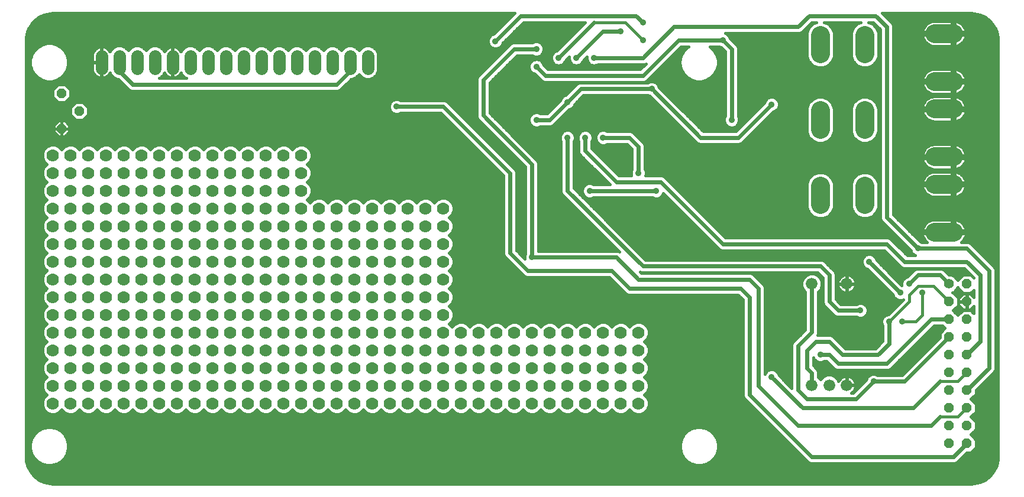
<source format=gbl>
G75*
G70*
%OFA0B0*%
%FSLAX24Y24*%
%IPPOS*%
%LPD*%
%AMOC8*
5,1,8,0,0,1.08239X$1,22.5*
%
%ADD10C,0.0700*%
%ADD11C,0.0660*%
%ADD12OC8,0.0520*%
%ADD13C,0.0560*%
%ADD14OC8,0.0560*%
%ADD15C,0.1050*%
%ADD16C,0.0357*%
%ADD17C,0.0160*%
%ADD18C,0.0240*%
%ADD19C,0.0700*%
D10*
X005178Y024583D02*
X005178Y025283D01*
X006178Y025283D02*
X006178Y024583D01*
X007178Y024583D02*
X007178Y025283D01*
X008178Y025283D02*
X008178Y024583D01*
X009178Y024583D02*
X009178Y025283D01*
X010178Y025283D02*
X010178Y024583D01*
X011178Y024583D02*
X011178Y025283D01*
X012178Y025283D02*
X012178Y024583D01*
X013178Y024583D02*
X013178Y025283D01*
X014178Y025283D02*
X014178Y024583D01*
X015178Y024583D02*
X015178Y025283D01*
X016178Y025283D02*
X016178Y024583D01*
X017178Y024583D02*
X017178Y025283D01*
X018178Y025283D02*
X018178Y024583D01*
X019178Y024583D02*
X019178Y025283D01*
X020178Y025283D02*
X020178Y024583D01*
D11*
X045196Y012436D03*
X047164Y012436D03*
X047164Y006727D03*
X046180Y006727D03*
X045196Y006727D03*
D12*
X003930Y022180D03*
X002930Y021190D03*
X002930Y023170D03*
D13*
X052930Y012430D03*
D14*
X053930Y012430D03*
X053930Y011430D03*
X052930Y011430D03*
X052930Y010430D03*
X053930Y010430D03*
X053930Y009430D03*
X052930Y009430D03*
X052930Y008430D03*
X053930Y008430D03*
X053930Y007430D03*
X052930Y007430D03*
X052930Y006430D03*
X053930Y006430D03*
X053930Y005430D03*
X052930Y005430D03*
X052930Y004430D03*
X053930Y004430D03*
X053930Y003430D03*
X052930Y003430D03*
D15*
X053180Y015350D02*
X052130Y015350D01*
X048180Y016905D02*
X048180Y017955D01*
X045680Y017955D02*
X045680Y016905D01*
X052130Y018050D02*
X053180Y018050D01*
X053180Y019600D02*
X052130Y019600D01*
X048180Y021155D02*
X048180Y022205D01*
X045680Y022205D02*
X045680Y021155D01*
X052130Y022300D02*
X053180Y022300D01*
X053180Y023850D02*
X052130Y023850D01*
X048180Y025405D02*
X048180Y026455D01*
X045680Y026455D02*
X045680Y025405D01*
X052130Y026550D02*
X053180Y026550D01*
D16*
X042930Y022555D03*
X040680Y021680D03*
X036180Y023430D03*
X032930Y025180D03*
X031930Y025180D03*
X030930Y025180D03*
X029680Y024680D03*
X028180Y023930D03*
X029680Y025680D03*
X027369Y026119D03*
X031430Y022680D03*
X029680Y021680D03*
X031430Y020680D03*
X032430Y020680D03*
X033430Y020680D03*
X034680Y021430D03*
X035430Y018680D03*
X036430Y017680D03*
X037430Y018680D03*
X032680Y017680D03*
X029430Y013930D03*
X042930Y007180D03*
X045680Y007680D03*
X045680Y008430D03*
X048680Y006930D03*
X049556Y010304D03*
X050304Y010304D03*
X050180Y011930D03*
X050680Y012430D03*
X051430Y011930D03*
X048430Y013680D03*
X051180Y014430D03*
X047930Y010930D03*
X027805Y022055D03*
X021805Y022430D03*
X034430Y026680D03*
X035680Y026180D03*
X035680Y027180D03*
X040180Y026180D03*
D17*
X002260Y001170D02*
X001928Y001245D01*
X001621Y001393D01*
X001355Y001605D01*
X001143Y001871D01*
X000995Y002178D01*
X000920Y002510D01*
X000910Y002680D01*
X000910Y026180D01*
X000920Y026350D01*
X000995Y026682D01*
X001143Y026989D01*
X001355Y027255D01*
X001621Y027467D01*
X001928Y027615D01*
X002260Y027690D01*
X002430Y027700D01*
X028441Y027700D01*
X027273Y026532D01*
X027132Y026474D01*
X027014Y026356D01*
X026951Y026202D01*
X026951Y026036D01*
X027014Y025882D01*
X027132Y025764D01*
X027286Y025701D01*
X027452Y025701D01*
X027606Y025764D01*
X027724Y025882D01*
X027782Y026023D01*
X028954Y027195D01*
X032436Y027195D01*
X030834Y025593D01*
X030693Y025535D01*
X030575Y025417D01*
X030512Y025263D01*
X030512Y025097D01*
X030575Y024943D01*
X030693Y024825D01*
X030847Y024762D01*
X031013Y024762D01*
X031167Y024825D01*
X031285Y024943D01*
X031343Y025084D01*
X031512Y025252D01*
X031512Y025097D01*
X031575Y024943D01*
X031693Y024825D01*
X031847Y024762D01*
X032013Y024762D01*
X032167Y024825D01*
X032285Y024943D01*
X032343Y025084D01*
X032512Y025252D01*
X032512Y025097D01*
X032575Y024943D01*
X032693Y024825D01*
X032847Y024762D01*
X033013Y024762D01*
X033154Y024820D01*
X035752Y024820D01*
X035853Y024862D01*
X035531Y024540D01*
X030329Y024540D01*
X030093Y024776D01*
X030035Y024917D01*
X029917Y025035D01*
X029763Y025098D01*
X029597Y025098D01*
X029443Y025035D01*
X029325Y024917D01*
X029262Y024763D01*
X029262Y024597D01*
X029325Y024443D01*
X029443Y024325D01*
X029584Y024267D01*
X029875Y023976D01*
X029976Y023875D01*
X030108Y023820D01*
X035752Y023820D01*
X035884Y023875D01*
X037829Y025820D01*
X038240Y025820D01*
X038183Y025787D01*
X037983Y025587D01*
X037842Y025343D01*
X037769Y025071D01*
X037769Y024789D01*
X037842Y024517D01*
X037983Y024273D01*
X038183Y024073D01*
X038427Y023932D01*
X038699Y023859D01*
X038981Y023859D01*
X039253Y023932D01*
X039497Y024073D01*
X039697Y024273D01*
X039838Y024517D01*
X039911Y024789D01*
X039911Y025071D01*
X039838Y025343D01*
X039697Y025587D01*
X039497Y025787D01*
X039440Y025820D01*
X039956Y025820D01*
X040084Y025767D01*
X040320Y025531D01*
X040320Y021904D01*
X040262Y021763D01*
X040262Y021597D01*
X040325Y021443D01*
X040443Y021325D01*
X040597Y021262D01*
X040763Y021262D01*
X040917Y021325D01*
X041035Y021443D01*
X041098Y021597D01*
X041098Y021763D01*
X041040Y021904D01*
X041040Y025752D01*
X040985Y025884D01*
X040593Y026276D01*
X040535Y026417D01*
X040417Y026535D01*
X040332Y026570D01*
X044502Y026570D01*
X044634Y026625D01*
X045204Y027195D01*
X045467Y027195D01*
X045247Y027104D01*
X045031Y026888D01*
X044915Y026607D01*
X044915Y025253D01*
X045031Y024972D01*
X045247Y024756D01*
X045528Y024640D01*
X045832Y024640D01*
X046113Y024756D01*
X046329Y024972D01*
X046445Y025253D01*
X046445Y026607D01*
X046329Y026888D01*
X046113Y027104D01*
X045893Y027195D01*
X047967Y027195D01*
X047747Y027104D01*
X047531Y026888D01*
X047415Y026607D01*
X047415Y025253D01*
X047531Y024972D01*
X047747Y024756D01*
X048028Y024640D01*
X048332Y024640D01*
X048613Y024756D01*
X048829Y024972D01*
X048945Y025253D01*
X048945Y026607D01*
X048829Y026888D01*
X048613Y027104D01*
X048393Y027195D01*
X048656Y027195D01*
X049070Y026781D01*
X049070Y016108D01*
X049125Y015976D01*
X050767Y014334D01*
X050825Y014193D01*
X050943Y014075D01*
X051028Y014040D01*
X050579Y014040D01*
X049634Y014985D01*
X049502Y015040D01*
X040329Y015040D01*
X036884Y018485D01*
X036752Y018540D01*
X035825Y018540D01*
X035848Y018597D01*
X035848Y018763D01*
X035790Y018904D01*
X035790Y020252D01*
X035735Y020384D01*
X035634Y020485D01*
X035134Y020985D01*
X035002Y021040D01*
X033654Y021040D01*
X033513Y021098D01*
X033347Y021098D01*
X033193Y021035D01*
X033075Y020917D01*
X033012Y020763D01*
X033012Y020597D01*
X033075Y020443D01*
X033193Y020325D01*
X033347Y020262D01*
X033513Y020262D01*
X033654Y020320D01*
X034781Y020320D01*
X035070Y020031D01*
X035070Y018904D01*
X035012Y018763D01*
X035012Y018597D01*
X035035Y018540D01*
X034329Y018540D01*
X032790Y020079D01*
X032790Y020456D01*
X032848Y020597D01*
X032848Y020763D01*
X032785Y020917D01*
X032667Y021035D01*
X032513Y021098D01*
X032347Y021098D01*
X032193Y021035D01*
X032075Y020917D01*
X032012Y020763D01*
X032012Y020597D01*
X032070Y020456D01*
X032070Y019858D01*
X032125Y019726D01*
X033811Y018040D01*
X032904Y018040D01*
X032763Y018098D01*
X032597Y018098D01*
X032443Y018035D01*
X032325Y017917D01*
X032262Y017763D01*
X032262Y017597D01*
X032325Y017443D01*
X032443Y017325D01*
X032597Y017262D01*
X032763Y017262D01*
X032904Y017320D01*
X036206Y017320D01*
X036347Y017262D01*
X036513Y017262D01*
X036667Y017325D01*
X036785Y017443D01*
X036821Y017530D01*
X039875Y014476D01*
X039976Y014375D01*
X040108Y014320D01*
X049281Y014320D01*
X050125Y013476D01*
X050226Y013375D01*
X050358Y013320D01*
X053781Y013320D01*
X054320Y012781D01*
X054320Y012775D01*
X054145Y012950D01*
X053715Y012950D01*
X053410Y012645D01*
X053410Y012630D01*
X053371Y012725D01*
X053225Y012871D01*
X053033Y012950D01*
X052919Y012950D01*
X052634Y013235D01*
X052502Y013290D01*
X051108Y013290D01*
X050976Y013235D01*
X050875Y013134D01*
X050584Y012843D01*
X050443Y012785D01*
X050325Y012667D01*
X050262Y012513D01*
X050262Y012358D01*
X048843Y013776D01*
X048785Y013917D01*
X048667Y014035D01*
X048513Y014098D01*
X048347Y014098D01*
X048193Y014035D01*
X048075Y013917D01*
X048012Y013763D01*
X048012Y013597D01*
X048075Y013443D01*
X048193Y013325D01*
X048334Y013267D01*
X049767Y011834D01*
X049825Y011693D01*
X049943Y011575D01*
X050097Y011512D01*
X050263Y011512D01*
X050345Y011545D01*
X049522Y010722D01*
X049473Y010722D01*
X049319Y010659D01*
X049201Y010541D01*
X049138Y010387D01*
X049138Y010221D01*
X049196Y010080D01*
X049196Y009205D01*
X048781Y008790D01*
X047079Y008790D01*
X046384Y009485D01*
X046252Y009540D01*
X045521Y009540D01*
X045556Y009624D01*
X045556Y011990D01*
X045679Y012113D01*
X045766Y012323D01*
X045766Y012549D01*
X045679Y012759D01*
X045519Y012919D01*
X045309Y013006D01*
X045082Y013006D01*
X044873Y012919D01*
X044713Y012759D01*
X044626Y012549D01*
X044626Y012323D01*
X044713Y012113D01*
X044836Y011990D01*
X044836Y009845D01*
X044125Y009134D01*
X044070Y009002D01*
X044070Y006549D01*
X043343Y007276D01*
X043285Y007417D01*
X043167Y007535D01*
X043013Y007598D01*
X042847Y007598D01*
X042693Y007535D01*
X042575Y007417D01*
X042540Y007332D01*
X042540Y012252D01*
X042485Y012384D01*
X042384Y012485D01*
X041884Y012985D01*
X041752Y013040D01*
X035579Y013040D01*
X035507Y013112D01*
X035608Y013070D01*
X045531Y013070D01*
X045820Y012781D01*
X045820Y011358D01*
X045875Y011226D01*
X045976Y011125D01*
X046476Y010625D01*
X046608Y010570D01*
X047706Y010570D01*
X047847Y010512D01*
X048013Y010512D01*
X048167Y010575D01*
X048285Y010693D01*
X048348Y010847D01*
X048348Y011013D01*
X048285Y011167D01*
X048167Y011285D01*
X048013Y011348D01*
X047847Y011348D01*
X047706Y011290D01*
X046829Y011290D01*
X046540Y011579D01*
X046540Y013002D01*
X046485Y013134D01*
X045985Y013634D01*
X045884Y013735D01*
X045752Y013790D01*
X035829Y013790D01*
X031790Y017829D01*
X031790Y020456D01*
X031848Y020597D01*
X031848Y020763D01*
X031785Y020917D01*
X031667Y021035D01*
X031513Y021098D01*
X031347Y021098D01*
X031193Y021035D01*
X031075Y020917D01*
X031012Y020763D01*
X031012Y020597D01*
X031070Y020456D01*
X031070Y017608D01*
X031125Y017476D01*
X034353Y014248D01*
X034252Y014290D01*
X029790Y014290D01*
X029790Y019252D01*
X029735Y019384D01*
X027040Y022079D01*
X027040Y023781D01*
X028579Y025320D01*
X029456Y025320D01*
X029597Y025262D01*
X029763Y025262D01*
X029917Y025325D01*
X030035Y025443D01*
X030098Y025597D01*
X030098Y025763D01*
X030035Y025917D01*
X029917Y026035D01*
X029763Y026098D01*
X029597Y026098D01*
X029456Y026040D01*
X027799Y026040D01*
X027723Y025882D02*
X028122Y025882D01*
X028125Y025884D02*
X026375Y024134D01*
X026320Y024002D01*
X026320Y021858D01*
X026375Y021726D01*
X026476Y021625D01*
X029070Y019031D01*
X029070Y014154D01*
X029012Y014013D01*
X029012Y013858D01*
X028540Y014329D01*
X028540Y018752D01*
X028485Y018884D01*
X028384Y018985D01*
X024634Y022735D01*
X024502Y022790D01*
X022029Y022790D01*
X021888Y022848D01*
X021722Y022848D01*
X021568Y022785D01*
X021450Y022667D01*
X021387Y022513D01*
X021387Y022347D01*
X021450Y022193D01*
X021568Y022075D01*
X021722Y022012D01*
X021888Y022012D01*
X022029Y022070D01*
X024281Y022070D01*
X027820Y018531D01*
X027820Y014108D01*
X027875Y013976D01*
X028875Y012976D01*
X028976Y012875D01*
X029108Y012820D01*
X033781Y012820D01*
X034625Y011976D01*
X034726Y011875D01*
X034858Y011820D01*
X041031Y011820D01*
X041320Y011531D01*
X041320Y006108D01*
X041375Y005976D01*
X044976Y002375D01*
X045108Y002320D01*
X053252Y002320D01*
X053384Y002375D01*
X053919Y002910D01*
X054145Y002910D01*
X054450Y003215D01*
X054450Y003645D01*
X054165Y003930D01*
X054450Y004215D01*
X054450Y004645D01*
X054165Y004930D01*
X054450Y005215D01*
X054450Y005645D01*
X054165Y005930D01*
X054450Y006215D01*
X054450Y006441D01*
X055485Y007476D01*
X055540Y007608D01*
X055540Y013252D01*
X055485Y013384D01*
X054134Y014735D01*
X054002Y014790D01*
X053608Y014790D01*
X053646Y014819D01*
X053711Y014884D01*
X053767Y014957D01*
X053814Y015038D01*
X053849Y015123D01*
X053873Y015212D01*
X053881Y015270D01*
X053260Y015270D01*
X053260Y015430D01*
X053100Y015430D01*
X053100Y016055D01*
X052084Y016055D01*
X051992Y016043D01*
X051903Y016019D01*
X051818Y015984D01*
X051737Y015937D01*
X051664Y015881D01*
X051599Y015816D01*
X051543Y015743D01*
X051496Y015662D01*
X051461Y015577D01*
X051437Y015488D01*
X051429Y015430D01*
X053100Y015430D01*
X053100Y015270D01*
X051429Y015270D01*
X051437Y015212D01*
X051461Y015123D01*
X051496Y015038D01*
X051543Y014957D01*
X051599Y014884D01*
X051664Y014819D01*
X051702Y014790D01*
X051404Y014790D01*
X051276Y014843D01*
X049790Y016329D01*
X049790Y027002D01*
X049735Y027134D01*
X049634Y027235D01*
X049169Y027700D01*
X054180Y027700D01*
X054350Y027690D01*
X054682Y027615D01*
X054989Y027467D01*
X055255Y027255D01*
X055467Y026989D01*
X055615Y026682D01*
X055690Y026350D01*
X055700Y026180D01*
X055700Y002680D01*
X055690Y002510D01*
X055615Y002178D01*
X055467Y001871D01*
X055255Y001605D01*
X054989Y001393D01*
X054682Y001245D01*
X054350Y001170D01*
X054180Y001160D01*
X002430Y001160D01*
X002260Y001170D01*
X001785Y001314D02*
X054825Y001314D01*
X055088Y001473D02*
X001522Y001473D01*
X001335Y001631D02*
X055275Y001631D01*
X055402Y001790D02*
X001208Y001790D01*
X001106Y001948D02*
X055504Y001948D01*
X055580Y002107D02*
X001030Y002107D01*
X000975Y002265D02*
X001863Y002265D01*
X001817Y002277D02*
X002089Y002204D01*
X002371Y002204D01*
X002643Y002277D01*
X002887Y002418D01*
X003087Y002618D01*
X003228Y002862D01*
X003301Y003134D01*
X003301Y003416D01*
X003228Y003688D01*
X003087Y003932D01*
X002887Y004132D01*
X002643Y004273D01*
X002371Y004346D01*
X002089Y004346D01*
X001817Y004273D01*
X001573Y004132D01*
X001373Y003932D01*
X001232Y003688D01*
X001159Y003416D01*
X001159Y003134D01*
X001232Y002862D01*
X001373Y002618D01*
X001573Y002418D01*
X001817Y002277D01*
X001568Y002424D02*
X000939Y002424D01*
X000916Y002582D02*
X001409Y002582D01*
X001302Y002741D02*
X000910Y002741D01*
X000910Y002899D02*
X001222Y002899D01*
X001180Y003058D02*
X000910Y003058D01*
X000910Y003216D02*
X001159Y003216D01*
X001159Y003375D02*
X000910Y003375D01*
X000910Y003533D02*
X001191Y003533D01*
X001234Y003692D02*
X000910Y003692D01*
X000910Y003850D02*
X001326Y003850D01*
X001450Y004009D02*
X000910Y004009D01*
X000910Y004167D02*
X001634Y004167D01*
X002014Y004326D02*
X000910Y004326D01*
X000910Y004484D02*
X042867Y004484D01*
X043025Y004326D02*
X039061Y004326D01*
X038986Y004346D02*
X038704Y004346D01*
X038432Y004273D01*
X038188Y004132D01*
X037988Y003932D01*
X037847Y003688D01*
X037774Y003416D01*
X037774Y003134D01*
X037847Y002862D01*
X037988Y002618D01*
X038188Y002418D01*
X038432Y002277D01*
X038704Y002204D01*
X038986Y002204D01*
X039258Y002277D01*
X039502Y002418D01*
X039702Y002618D01*
X039843Y002862D01*
X039916Y003134D01*
X039916Y003416D01*
X039843Y003688D01*
X039702Y003932D01*
X039502Y004132D01*
X039258Y004273D01*
X038986Y004346D01*
X038629Y004326D02*
X002446Y004326D01*
X002826Y004167D02*
X038249Y004167D01*
X038065Y004009D02*
X003010Y004009D01*
X003134Y003850D02*
X037941Y003850D01*
X037849Y003692D02*
X003226Y003692D01*
X003269Y003533D02*
X037806Y003533D01*
X037774Y003375D02*
X003301Y003375D01*
X003301Y003216D02*
X037774Y003216D01*
X037795Y003058D02*
X003280Y003058D01*
X003238Y002899D02*
X037837Y002899D01*
X037917Y002741D02*
X003158Y002741D01*
X003051Y002582D02*
X038024Y002582D01*
X038183Y002424D02*
X002892Y002424D01*
X002597Y002265D02*
X038478Y002265D01*
X039212Y002265D02*
X055635Y002265D01*
X055671Y002424D02*
X053433Y002424D01*
X053591Y002582D02*
X055694Y002582D01*
X055700Y002741D02*
X053750Y002741D01*
X053908Y002899D02*
X055700Y002899D01*
X055700Y003058D02*
X054293Y003058D01*
X054450Y003216D02*
X055700Y003216D01*
X055700Y003375D02*
X054450Y003375D01*
X054450Y003533D02*
X055700Y003533D01*
X055700Y003692D02*
X054404Y003692D01*
X054245Y003850D02*
X055700Y003850D01*
X055700Y004009D02*
X054244Y004009D01*
X054402Y004167D02*
X055700Y004167D01*
X055700Y004326D02*
X054450Y004326D01*
X054450Y004484D02*
X055700Y004484D01*
X055700Y004643D02*
X054450Y004643D01*
X054294Y004801D02*
X055700Y004801D01*
X055700Y004960D02*
X054195Y004960D01*
X054353Y005118D02*
X055700Y005118D01*
X055700Y005277D02*
X054450Y005277D01*
X054450Y005435D02*
X055700Y005435D01*
X055700Y005594D02*
X054450Y005594D01*
X054343Y005752D02*
X055700Y005752D01*
X055700Y005911D02*
X054185Y005911D01*
X054304Y006069D02*
X055700Y006069D01*
X055700Y006228D02*
X054450Y006228D01*
X054450Y006386D02*
X055700Y006386D01*
X055700Y006545D02*
X054554Y006545D01*
X054712Y006703D02*
X055700Y006703D01*
X055700Y006862D02*
X054871Y006862D01*
X055029Y007020D02*
X055700Y007020D01*
X055700Y007179D02*
X055188Y007179D01*
X055346Y007337D02*
X055700Y007337D01*
X055700Y007496D02*
X055493Y007496D01*
X055540Y007654D02*
X055700Y007654D01*
X055700Y007813D02*
X055540Y007813D01*
X055540Y007971D02*
X055700Y007971D01*
X055700Y008130D02*
X055540Y008130D01*
X055540Y008288D02*
X055700Y008288D01*
X055700Y008447D02*
X055540Y008447D01*
X055540Y008605D02*
X055700Y008605D01*
X055700Y008764D02*
X055540Y008764D01*
X055540Y008922D02*
X055700Y008922D01*
X055700Y009081D02*
X055540Y009081D01*
X055540Y009239D02*
X055700Y009239D01*
X055700Y009398D02*
X055540Y009398D01*
X055540Y009556D02*
X055700Y009556D01*
X055700Y009715D02*
X055540Y009715D01*
X055540Y009873D02*
X055700Y009873D01*
X055700Y010032D02*
X055540Y010032D01*
X055540Y010190D02*
X055700Y010190D01*
X055700Y010349D02*
X055540Y010349D01*
X055540Y010507D02*
X055700Y010507D01*
X055700Y010666D02*
X055540Y010666D01*
X055540Y010824D02*
X055700Y010824D01*
X055700Y010983D02*
X055540Y010983D01*
X055540Y011141D02*
X055700Y011141D01*
X055700Y011300D02*
X055540Y011300D01*
X055540Y011458D02*
X055700Y011458D01*
X055700Y011617D02*
X055540Y011617D01*
X055540Y011775D02*
X055700Y011775D01*
X055700Y011934D02*
X055540Y011934D01*
X055540Y012092D02*
X055700Y012092D01*
X055700Y012251D02*
X055540Y012251D01*
X055540Y012409D02*
X055700Y012409D01*
X055700Y012568D02*
X055540Y012568D01*
X055540Y012726D02*
X055700Y012726D01*
X055700Y012885D02*
X055540Y012885D01*
X055540Y013043D02*
X055700Y013043D01*
X055700Y013202D02*
X055540Y013202D01*
X055495Y013360D02*
X055700Y013360D01*
X055700Y013519D02*
X055351Y013519D01*
X055192Y013677D02*
X055700Y013677D01*
X055700Y013836D02*
X055034Y013836D01*
X054875Y013994D02*
X055700Y013994D01*
X055700Y014153D02*
X054717Y014153D01*
X054558Y014311D02*
X055700Y014311D01*
X055700Y014470D02*
X054400Y014470D01*
X054241Y014628D02*
X055700Y014628D01*
X055700Y014787D02*
X054010Y014787D01*
X053758Y014945D02*
X055700Y014945D01*
X055700Y015104D02*
X053841Y015104D01*
X053879Y015262D02*
X055700Y015262D01*
X055700Y015421D02*
X053260Y015421D01*
X053260Y015430D02*
X053881Y015430D01*
X053873Y015488D01*
X053849Y015577D01*
X053814Y015662D01*
X053767Y015743D01*
X053711Y015816D01*
X053646Y015881D01*
X053573Y015937D01*
X053492Y015984D01*
X053407Y016019D01*
X053318Y016043D01*
X053260Y016051D01*
X053260Y015430D01*
X053260Y015579D02*
X053100Y015579D01*
X053100Y015421D02*
X050699Y015421D01*
X050540Y015579D02*
X051462Y015579D01*
X051540Y015738D02*
X050382Y015738D01*
X050223Y015896D02*
X051684Y015896D01*
X052080Y016055D02*
X050065Y016055D01*
X049906Y016213D02*
X055700Y016213D01*
X055700Y016055D02*
X053100Y016055D01*
X053100Y015896D02*
X053260Y015896D01*
X053260Y015738D02*
X053100Y015738D01*
X053626Y015896D02*
X055700Y015896D01*
X055700Y015738D02*
X053770Y015738D01*
X053848Y015579D02*
X055700Y015579D01*
X055700Y016372D02*
X049790Y016372D01*
X049790Y016530D02*
X055700Y016530D01*
X055700Y016689D02*
X049790Y016689D01*
X049790Y016847D02*
X055700Y016847D01*
X055700Y017006D02*
X049790Y017006D01*
X049790Y017164D02*
X055700Y017164D01*
X055700Y017323D02*
X049790Y017323D01*
X049790Y017481D02*
X051713Y017481D01*
X051737Y017463D02*
X051818Y017416D01*
X051903Y017381D01*
X051992Y017357D01*
X052084Y017345D01*
X053100Y017345D01*
X053100Y017970D01*
X053260Y017970D01*
X053260Y018130D01*
X053100Y018130D01*
X053100Y018755D01*
X052084Y018755D01*
X051992Y018743D01*
X051903Y018719D01*
X051818Y018684D01*
X051737Y018637D01*
X051664Y018581D01*
X051599Y018516D01*
X051543Y018443D01*
X051496Y018362D01*
X051461Y018277D01*
X051437Y018188D01*
X051429Y018130D01*
X053100Y018130D01*
X053100Y017970D01*
X051429Y017970D01*
X051437Y017912D01*
X051461Y017823D01*
X051496Y017738D01*
X051543Y017657D01*
X051599Y017584D01*
X051664Y017519D01*
X051737Y017463D01*
X051556Y017640D02*
X049790Y017640D01*
X049790Y017798D02*
X051471Y017798D01*
X051431Y017957D02*
X049790Y017957D01*
X049790Y018115D02*
X053100Y018115D01*
X053100Y017957D02*
X053260Y017957D01*
X053260Y017970D02*
X053260Y017349D01*
X053318Y017357D01*
X053407Y017381D01*
X053492Y017416D01*
X053573Y017463D01*
X053646Y017519D01*
X053711Y017584D01*
X053767Y017657D01*
X053814Y017738D01*
X053849Y017823D01*
X053873Y017912D01*
X053881Y017970D01*
X053260Y017970D01*
X053260Y018115D02*
X055700Y018115D01*
X055700Y017957D02*
X053879Y017957D01*
X053839Y017798D02*
X055700Y017798D01*
X055700Y017640D02*
X053754Y017640D01*
X053597Y017481D02*
X055700Y017481D01*
X055700Y018274D02*
X053850Y018274D01*
X053849Y018277D02*
X053814Y018362D01*
X053767Y018443D01*
X053711Y018516D01*
X053646Y018581D01*
X053573Y018637D01*
X053492Y018684D01*
X053407Y018719D01*
X053318Y018743D01*
X053260Y018751D01*
X053260Y018130D01*
X053881Y018130D01*
X053873Y018188D01*
X053849Y018277D01*
X053774Y018432D02*
X055700Y018432D01*
X055700Y018591D02*
X053634Y018591D01*
X053260Y018591D02*
X053100Y018591D01*
X053100Y018749D02*
X053260Y018749D01*
X053272Y018749D02*
X055700Y018749D01*
X055700Y018908D02*
X053320Y018908D01*
X053318Y018907D02*
X053407Y018931D01*
X053492Y018966D01*
X053573Y019013D01*
X053646Y019069D01*
X053711Y019134D01*
X053767Y019207D01*
X053814Y019288D01*
X053849Y019373D01*
X053873Y019462D01*
X053881Y019520D01*
X053260Y019520D01*
X053260Y019680D01*
X053100Y019680D01*
X053100Y020305D01*
X052084Y020305D01*
X051992Y020293D01*
X051903Y020269D01*
X051818Y020234D01*
X051737Y020187D01*
X051664Y020131D01*
X051599Y020066D01*
X051543Y019993D01*
X051496Y019912D01*
X051461Y019827D01*
X051437Y019738D01*
X051429Y019680D01*
X053100Y019680D01*
X053100Y019520D01*
X053260Y019520D01*
X053260Y018899D01*
X053318Y018907D01*
X053260Y018908D02*
X053100Y018908D01*
X053100Y018895D02*
X053100Y019520D01*
X051429Y019520D01*
X051437Y019462D01*
X051461Y019373D01*
X051496Y019288D01*
X051543Y019207D01*
X051599Y019134D01*
X051664Y019069D01*
X051737Y019013D01*
X051818Y018966D01*
X051903Y018931D01*
X051992Y018907D01*
X052084Y018895D01*
X053100Y018895D01*
X053100Y019066D02*
X053260Y019066D01*
X053260Y019225D02*
X053100Y019225D01*
X053100Y019383D02*
X053260Y019383D01*
X053260Y019542D02*
X055700Y019542D01*
X055700Y019700D02*
X053878Y019700D01*
X053881Y019680D02*
X053873Y019738D01*
X053849Y019827D01*
X053814Y019912D01*
X053767Y019993D01*
X053711Y020066D01*
X053646Y020131D01*
X053573Y020187D01*
X053492Y020234D01*
X053407Y020269D01*
X053318Y020293D01*
X053260Y020301D01*
X053260Y019680D01*
X053881Y019680D01*
X053836Y019859D02*
X055700Y019859D01*
X055700Y020017D02*
X053749Y020017D01*
X053588Y020176D02*
X055700Y020176D01*
X055700Y020334D02*
X049790Y020334D01*
X049790Y020176D02*
X051722Y020176D01*
X051561Y020017D02*
X049790Y020017D01*
X049790Y019859D02*
X051474Y019859D01*
X051432Y019700D02*
X049790Y019700D01*
X049790Y019542D02*
X053100Y019542D01*
X053100Y019700D02*
X053260Y019700D01*
X053260Y019859D02*
X053100Y019859D01*
X053100Y020017D02*
X053260Y020017D01*
X053260Y020176D02*
X053100Y020176D01*
X053852Y019383D02*
X055700Y019383D01*
X055700Y019225D02*
X053777Y019225D01*
X053642Y019066D02*
X055700Y019066D01*
X053260Y018432D02*
X053100Y018432D01*
X053100Y018274D02*
X053260Y018274D01*
X053260Y017798D02*
X053100Y017798D01*
X053100Y017640D02*
X053260Y017640D01*
X053260Y017481D02*
X053100Y017481D01*
X051460Y018274D02*
X049790Y018274D01*
X049790Y018432D02*
X051536Y018432D01*
X051676Y018591D02*
X049790Y018591D01*
X049790Y018749D02*
X052038Y018749D01*
X051990Y018908D02*
X049790Y018908D01*
X049790Y019066D02*
X051668Y019066D01*
X051533Y019225D02*
X049790Y019225D01*
X049790Y019383D02*
X051458Y019383D01*
X049790Y020493D02*
X055700Y020493D01*
X055700Y020651D02*
X049790Y020651D01*
X049790Y020810D02*
X055700Y020810D01*
X055700Y020968D02*
X049790Y020968D01*
X049790Y021127D02*
X055700Y021127D01*
X055700Y021285D02*
X049790Y021285D01*
X049790Y021444D02*
X055700Y021444D01*
X055700Y021602D02*
X053280Y021602D01*
X053260Y021602D02*
X053100Y021602D01*
X053100Y021595D02*
X053100Y022220D01*
X053260Y022220D01*
X053260Y022380D01*
X053100Y022380D01*
X053100Y023005D01*
X052084Y023005D01*
X051992Y022993D01*
X051903Y022969D01*
X051818Y022934D01*
X051737Y022887D01*
X051664Y022831D01*
X051599Y022766D01*
X051543Y022693D01*
X051496Y022612D01*
X051461Y022527D01*
X051437Y022438D01*
X051429Y022380D01*
X053100Y022380D01*
X053100Y022220D01*
X051429Y022220D01*
X051437Y022162D01*
X051461Y022073D01*
X051496Y021988D01*
X051543Y021907D01*
X051599Y021834D01*
X051664Y021769D01*
X051737Y021713D01*
X051818Y021666D01*
X051903Y021631D01*
X051992Y021607D01*
X052084Y021595D01*
X053100Y021595D01*
X053260Y021599D02*
X053318Y021607D01*
X053407Y021631D01*
X053492Y021666D01*
X053573Y021713D01*
X053646Y021769D01*
X053711Y021834D01*
X053767Y021907D01*
X053814Y021988D01*
X053849Y022073D01*
X053873Y022162D01*
X053881Y022220D01*
X053260Y022220D01*
X053260Y021599D01*
X053260Y021761D02*
X053100Y021761D01*
X053100Y021919D02*
X053260Y021919D01*
X053260Y022078D02*
X053100Y022078D01*
X053100Y022236D02*
X049790Y022236D01*
X049790Y022078D02*
X051460Y022078D01*
X051536Y021919D02*
X049790Y021919D01*
X049790Y021761D02*
X051675Y021761D01*
X052030Y021602D02*
X049790Y021602D01*
X049070Y021602D02*
X048945Y021602D01*
X048945Y021444D02*
X049070Y021444D01*
X049070Y021285D02*
X048945Y021285D01*
X048945Y021127D02*
X049070Y021127D01*
X049070Y020968D02*
X048931Y020968D01*
X048945Y021003D02*
X048829Y020722D01*
X048613Y020506D01*
X048332Y020390D01*
X048028Y020390D01*
X047747Y020506D01*
X047531Y020722D01*
X047415Y021003D01*
X047415Y022357D01*
X047531Y022638D01*
X047747Y022854D01*
X048028Y022970D01*
X048332Y022970D01*
X048613Y022854D01*
X048829Y022638D01*
X048945Y022357D01*
X048945Y021003D01*
X048865Y020810D02*
X049070Y020810D01*
X049070Y020651D02*
X048758Y020651D01*
X048580Y020493D02*
X049070Y020493D01*
X049070Y020334D02*
X041160Y020334D01*
X041127Y020320D02*
X041259Y020375D01*
X041360Y020476D01*
X043026Y022142D01*
X043167Y022200D01*
X043285Y022318D01*
X043348Y022472D01*
X043348Y022638D01*
X043285Y022792D01*
X043167Y022910D01*
X043013Y022973D01*
X042847Y022973D01*
X042693Y022910D01*
X042575Y022792D01*
X042517Y022651D01*
X040906Y021040D01*
X039079Y021040D01*
X036593Y023526D01*
X036535Y023667D01*
X036417Y023785D01*
X036263Y023848D01*
X036097Y023848D01*
X035956Y023790D01*
X032108Y023790D01*
X031976Y023735D01*
X031875Y023634D01*
X031875Y023634D01*
X031334Y023093D01*
X031193Y023035D01*
X031075Y022917D01*
X031017Y022776D01*
X030281Y022040D01*
X029904Y022040D01*
X029763Y022098D01*
X029597Y022098D01*
X029443Y022035D01*
X029325Y021917D01*
X029262Y021763D01*
X029262Y021597D01*
X029325Y021443D01*
X029443Y021325D01*
X029597Y021262D01*
X029763Y021262D01*
X029904Y021320D01*
X030358Y021320D01*
X030502Y021320D01*
X030634Y021375D01*
X031526Y022267D01*
X031667Y022325D01*
X031785Y022443D01*
X031843Y022584D01*
X032329Y023070D01*
X035956Y023070D01*
X036084Y023017D01*
X038726Y020375D01*
X038858Y020320D01*
X041127Y020320D01*
X041360Y020476D02*
X041360Y020476D01*
X041377Y020493D02*
X045280Y020493D01*
X045247Y020506D02*
X045528Y020390D01*
X045832Y020390D01*
X046113Y020506D01*
X046329Y020722D01*
X046445Y021003D01*
X046445Y022357D01*
X046329Y022638D01*
X046113Y022854D01*
X045832Y022970D01*
X045528Y022970D01*
X045247Y022854D01*
X045031Y022638D01*
X044915Y022357D01*
X044915Y021003D01*
X045031Y020722D01*
X045247Y020506D01*
X045102Y020651D02*
X041535Y020651D01*
X041694Y020810D02*
X044995Y020810D01*
X044929Y020968D02*
X041852Y020968D01*
X042011Y021127D02*
X044915Y021127D01*
X044915Y021285D02*
X042169Y021285D01*
X042328Y021444D02*
X044915Y021444D01*
X044915Y021602D02*
X042486Y021602D01*
X042645Y021761D02*
X044915Y021761D01*
X044915Y021919D02*
X042803Y021919D01*
X042962Y022078D02*
X044915Y022078D01*
X044915Y022236D02*
X043203Y022236D01*
X043316Y022395D02*
X044930Y022395D01*
X044996Y022553D02*
X043348Y022553D01*
X043318Y022712D02*
X045105Y022712D01*
X045286Y022870D02*
X043207Y022870D01*
X042653Y022870D02*
X041040Y022870D01*
X041040Y022712D02*
X042542Y022712D01*
X042419Y022553D02*
X041040Y022553D01*
X041040Y022395D02*
X042260Y022395D01*
X042102Y022236D02*
X041040Y022236D01*
X041040Y022078D02*
X041943Y022078D01*
X041785Y021919D02*
X041040Y021919D01*
X041098Y021761D02*
X041626Y021761D01*
X041468Y021602D02*
X041098Y021602D01*
X041035Y021444D02*
X041309Y021444D01*
X041151Y021285D02*
X040820Y021285D01*
X040992Y021127D02*
X038993Y021127D01*
X038834Y021285D02*
X040540Y021285D01*
X040325Y021444D02*
X038676Y021444D01*
X038517Y021602D02*
X040262Y021602D01*
X040262Y021761D02*
X038359Y021761D01*
X038200Y021919D02*
X040320Y021919D01*
X040320Y022078D02*
X038042Y022078D01*
X037883Y022236D02*
X040320Y022236D01*
X040320Y022395D02*
X037725Y022395D01*
X037566Y022553D02*
X040320Y022553D01*
X040320Y022712D02*
X037408Y022712D01*
X037249Y022870D02*
X040320Y022870D01*
X040320Y023029D02*
X037091Y023029D01*
X036932Y023187D02*
X040320Y023187D01*
X040320Y023346D02*
X036774Y023346D01*
X036615Y023504D02*
X040320Y023504D01*
X040320Y023663D02*
X036537Y023663D01*
X036329Y023821D02*
X040320Y023821D01*
X040320Y023980D02*
X039335Y023980D01*
X039562Y024138D02*
X040320Y024138D01*
X040320Y024297D02*
X039710Y024297D01*
X039802Y024455D02*
X040320Y024455D01*
X040320Y024614D02*
X039864Y024614D01*
X039906Y024772D02*
X040320Y024772D01*
X040320Y024931D02*
X039911Y024931D01*
X039906Y025089D02*
X040320Y025089D01*
X040320Y025248D02*
X039863Y025248D01*
X039801Y025406D02*
X040320Y025406D01*
X040286Y025565D02*
X039710Y025565D01*
X039561Y025723D02*
X040128Y025723D01*
X040829Y026040D02*
X044915Y026040D01*
X044915Y025882D02*
X040986Y025882D01*
X041040Y025723D02*
X044915Y025723D01*
X044915Y025565D02*
X041040Y025565D01*
X041040Y025406D02*
X044915Y025406D01*
X044917Y025248D02*
X041040Y025248D01*
X041040Y025089D02*
X044983Y025089D01*
X045073Y024931D02*
X041040Y024931D01*
X041040Y024772D02*
X045231Y024772D01*
X046129Y024772D02*
X047731Y024772D01*
X047573Y024931D02*
X046287Y024931D01*
X046377Y025089D02*
X047483Y025089D01*
X047417Y025248D02*
X046443Y025248D01*
X046445Y025406D02*
X047415Y025406D01*
X047415Y025565D02*
X046445Y025565D01*
X046445Y025723D02*
X047415Y025723D01*
X047415Y025882D02*
X046445Y025882D01*
X046445Y026040D02*
X047415Y026040D01*
X047415Y026199D02*
X046445Y026199D01*
X046445Y026357D02*
X047415Y026357D01*
X047415Y026516D02*
X046445Y026516D01*
X046417Y026674D02*
X047443Y026674D01*
X047508Y026833D02*
X046352Y026833D01*
X046226Y026991D02*
X047634Y026991D01*
X047858Y027150D02*
X046002Y027150D01*
X045358Y027150D02*
X045159Y027150D01*
X045134Y026991D02*
X045000Y026991D01*
X045008Y026833D02*
X044842Y026833D01*
X044943Y026674D02*
X044683Y026674D01*
X044915Y026516D02*
X040436Y026516D01*
X040560Y026357D02*
X044915Y026357D01*
X044915Y026199D02*
X040671Y026199D01*
X038119Y025723D02*
X037732Y025723D01*
X037574Y025565D02*
X037970Y025565D01*
X037879Y025406D02*
X037415Y025406D01*
X037257Y025248D02*
X037817Y025248D01*
X037774Y025089D02*
X037098Y025089D01*
X036940Y024931D02*
X037769Y024931D01*
X037774Y024772D02*
X036781Y024772D01*
X036623Y024614D02*
X037816Y024614D01*
X037878Y024455D02*
X036464Y024455D01*
X036306Y024297D02*
X037970Y024297D01*
X038118Y024138D02*
X036147Y024138D01*
X035989Y023980D02*
X038345Y023980D01*
X036031Y023821D02*
X035754Y023821D01*
X036056Y023029D02*
X032288Y023029D01*
X032129Y022870D02*
X036231Y022870D01*
X036389Y022712D02*
X031971Y022712D01*
X031830Y022553D02*
X036548Y022553D01*
X036706Y022395D02*
X031736Y022395D01*
X031495Y022236D02*
X036865Y022236D01*
X037023Y022078D02*
X031337Y022078D01*
X031178Y021919D02*
X037182Y021919D01*
X037340Y021761D02*
X031020Y021761D01*
X030861Y021602D02*
X037499Y021602D01*
X037657Y021444D02*
X030703Y021444D01*
X031126Y020968D02*
X028151Y020968D01*
X027993Y021127D02*
X037974Y021127D01*
X037816Y021285D02*
X029820Y021285D01*
X029540Y021285D02*
X027834Y021285D01*
X027676Y021444D02*
X029325Y021444D01*
X029262Y021602D02*
X027517Y021602D01*
X027359Y021761D02*
X029262Y021761D01*
X029327Y021919D02*
X027200Y021919D01*
X027042Y022078D02*
X029546Y022078D01*
X029814Y022078D02*
X030318Y022078D01*
X030477Y022236D02*
X027040Y022236D01*
X027040Y022395D02*
X030635Y022395D01*
X030794Y022553D02*
X027040Y022553D01*
X027040Y022712D02*
X030952Y022712D01*
X031056Y022870D02*
X027040Y022870D01*
X027040Y023029D02*
X031187Y023029D01*
X031428Y023187D02*
X027040Y023187D01*
X027040Y023346D02*
X031586Y023346D01*
X031745Y023504D02*
X027040Y023504D01*
X027040Y023663D02*
X031903Y023663D01*
X030106Y023821D02*
X027080Y023821D01*
X027239Y023980D02*
X029871Y023980D01*
X029875Y023976D02*
X029875Y023976D01*
X029713Y024138D02*
X027397Y024138D01*
X027556Y024297D02*
X029512Y024297D01*
X029320Y024455D02*
X027714Y024455D01*
X027873Y024614D02*
X029262Y024614D01*
X029265Y024772D02*
X028031Y024772D01*
X028190Y024931D02*
X029339Y024931D01*
X029574Y025089D02*
X028348Y025089D01*
X028507Y025248D02*
X030512Y025248D01*
X030515Y025089D02*
X029786Y025089D01*
X030021Y024931D02*
X030588Y024931D01*
X030822Y024772D02*
X030097Y024772D01*
X030256Y024614D02*
X035604Y024614D01*
X035763Y024772D02*
X033038Y024772D01*
X032822Y024772D02*
X032038Y024772D01*
X031822Y024772D02*
X031038Y024772D01*
X031272Y024931D02*
X031588Y024931D01*
X031515Y025089D02*
X031348Y025089D01*
X031507Y025248D02*
X031512Y025248D01*
X032272Y024931D02*
X032588Y024931D01*
X032515Y025089D02*
X032348Y025089D01*
X032507Y025248D02*
X032512Y025248D01*
X031122Y025882D02*
X030049Y025882D01*
X030098Y025723D02*
X030964Y025723D01*
X030765Y025565D02*
X030085Y025565D01*
X029998Y025406D02*
X030571Y025406D01*
X029904Y026040D02*
X031281Y026040D01*
X031439Y026199D02*
X027958Y026199D01*
X028116Y026357D02*
X031598Y026357D01*
X031756Y026516D02*
X028275Y026516D01*
X028433Y026674D02*
X031915Y026674D01*
X032073Y026833D02*
X028592Y026833D01*
X028750Y026991D02*
X032232Y026991D01*
X032390Y027150D02*
X028909Y027150D01*
X028366Y027625D02*
X001973Y027625D01*
X001621Y027467D02*
X028207Y027467D01*
X028049Y027308D02*
X001422Y027308D01*
X001271Y027150D02*
X027890Y027150D01*
X027732Y026991D02*
X001145Y026991D01*
X001068Y026833D02*
X027573Y026833D01*
X027415Y026674D02*
X000993Y026674D01*
X000957Y026516D02*
X027233Y026516D01*
X027015Y026357D02*
X000921Y026357D01*
X000911Y026199D02*
X026951Y026199D01*
X026951Y026040D02*
X000910Y026040D01*
X000910Y025882D02*
X001737Y025882D01*
X001817Y025928D02*
X001573Y025787D01*
X001373Y025587D01*
X001232Y025343D01*
X001159Y025071D01*
X001159Y024789D01*
X001232Y024517D01*
X001373Y024273D01*
X001573Y024073D01*
X001817Y023932D01*
X002089Y023859D01*
X002371Y023859D01*
X002643Y023932D01*
X002887Y024073D01*
X003087Y024273D01*
X003228Y024517D01*
X003301Y024789D01*
X003301Y025071D01*
X003228Y025343D01*
X003087Y025587D01*
X002887Y025787D01*
X002643Y025928D01*
X002371Y026001D01*
X002089Y026001D01*
X001817Y025928D01*
X001509Y025723D02*
X000910Y025723D01*
X000910Y025565D02*
X001360Y025565D01*
X001269Y025406D02*
X000910Y025406D01*
X000910Y025248D02*
X001207Y025248D01*
X001164Y025089D02*
X000910Y025089D01*
X000910Y024931D02*
X001159Y024931D01*
X001164Y024772D02*
X000910Y024772D01*
X000910Y024614D02*
X001206Y024614D01*
X001268Y024455D02*
X000910Y024455D01*
X000910Y024297D02*
X001360Y024297D01*
X001508Y024138D02*
X000910Y024138D01*
X000910Y023980D02*
X001735Y023980D01*
X000910Y023663D02*
X002715Y023663D01*
X002723Y023670D02*
X002430Y023377D01*
X002430Y022963D01*
X002723Y022670D01*
X003137Y022670D01*
X003430Y022963D01*
X003430Y023377D01*
X003137Y023670D01*
X002723Y023670D01*
X002557Y023504D02*
X000910Y023504D01*
X000910Y023346D02*
X002430Y023346D01*
X002430Y023187D02*
X000910Y023187D01*
X000910Y023029D02*
X002430Y023029D01*
X002523Y022870D02*
X000910Y022870D01*
X000910Y022712D02*
X002681Y022712D01*
X003179Y022712D02*
X021495Y022712D01*
X021403Y022553D02*
X004264Y022553D01*
X004137Y022680D02*
X004430Y022387D01*
X004430Y021973D01*
X004137Y021680D01*
X003723Y021680D01*
X003430Y021973D01*
X003430Y022387D01*
X003723Y022680D01*
X004137Y022680D01*
X004423Y022395D02*
X021387Y022395D01*
X021432Y022236D02*
X004430Y022236D01*
X004430Y022078D02*
X021566Y022078D01*
X024432Y021919D02*
X004376Y021919D01*
X004218Y021761D02*
X024590Y021761D01*
X024749Y021602D02*
X003140Y021602D01*
X003112Y021630D02*
X002930Y021630D01*
X002930Y021190D01*
X002930Y021190D01*
X003370Y021190D01*
X003370Y021372D01*
X003112Y021630D01*
X002930Y021630D02*
X002748Y021630D01*
X002490Y021372D01*
X002490Y021190D01*
X002930Y021190D01*
X002930Y021190D01*
X002930Y021190D01*
X002930Y021630D01*
X002930Y021602D02*
X002930Y021602D01*
X002930Y021444D02*
X002930Y021444D01*
X002930Y021285D02*
X002930Y021285D01*
X002930Y021190D02*
X002490Y021190D01*
X002490Y021008D01*
X002748Y020750D01*
X002930Y020750D01*
X003112Y020750D01*
X003370Y021008D01*
X003370Y021190D01*
X002930Y021190D01*
X002930Y020750D01*
X002930Y021190D01*
X002930Y021190D01*
X002930Y021127D02*
X002930Y021127D01*
X002930Y020968D02*
X002930Y020968D01*
X002930Y020810D02*
X002930Y020810D01*
X003172Y020810D02*
X025541Y020810D01*
X025383Y020968D02*
X003330Y020968D01*
X003370Y021127D02*
X025224Y021127D01*
X025066Y021285D02*
X003370Y021285D01*
X003299Y021444D02*
X024907Y021444D01*
X025609Y021761D02*
X026361Y021761D01*
X026320Y021919D02*
X025450Y021919D01*
X025292Y022078D02*
X026320Y022078D01*
X026320Y022236D02*
X025133Y022236D01*
X024975Y022395D02*
X026320Y022395D01*
X026320Y022553D02*
X024816Y022553D01*
X024658Y022712D02*
X026320Y022712D01*
X026320Y022870D02*
X003337Y022870D01*
X003430Y023029D02*
X026320Y023029D01*
X026320Y023187D02*
X003430Y023187D01*
X003430Y023346D02*
X006797Y023346D01*
X006858Y023320D02*
X006726Y023375D01*
X006625Y023476D01*
X006625Y023476D01*
X006108Y023993D01*
X006061Y023993D01*
X005844Y024083D01*
X005678Y024249D01*
X005644Y024330D01*
X005631Y024305D01*
X005582Y024238D01*
X005523Y024179D01*
X005456Y024129D01*
X005382Y024092D01*
X005302Y024066D01*
X005220Y024053D01*
X005198Y024053D01*
X005198Y024913D01*
X005158Y024913D01*
X004648Y024913D01*
X004648Y024541D01*
X004661Y024459D01*
X004687Y024379D01*
X004725Y024305D01*
X004774Y024238D01*
X004833Y024179D01*
X004900Y024129D01*
X004975Y024092D01*
X005054Y024066D01*
X005136Y024053D01*
X005158Y024053D01*
X005158Y024913D01*
X005158Y024953D01*
X005158Y025813D01*
X005136Y025813D01*
X005054Y025800D01*
X004975Y025774D01*
X004900Y025736D01*
X004833Y025687D01*
X004774Y025628D01*
X004725Y025561D01*
X004687Y025486D01*
X004661Y025407D01*
X004648Y025325D01*
X004648Y024953D01*
X005158Y024953D01*
X005198Y024953D01*
X005198Y025813D01*
X005220Y025813D01*
X005302Y025800D01*
X005382Y025774D01*
X005456Y025736D01*
X005523Y025687D01*
X005582Y025628D01*
X005631Y025561D01*
X005644Y025536D01*
X005678Y025617D01*
X005844Y025783D01*
X006061Y025873D01*
X006295Y025873D01*
X006512Y025783D01*
X006678Y025617D01*
X006844Y025783D01*
X007061Y025873D01*
X007295Y025873D01*
X007512Y025783D01*
X007678Y025617D01*
X007844Y025783D01*
X008061Y025873D01*
X008295Y025873D01*
X008512Y025783D01*
X008678Y025617D01*
X008712Y025536D01*
X008725Y025561D01*
X008774Y025628D01*
X008833Y025687D01*
X008900Y025736D01*
X008975Y025774D01*
X009054Y025800D01*
X009136Y025813D01*
X009158Y025813D01*
X009158Y024953D01*
X009198Y024953D01*
X009198Y025813D01*
X009220Y025813D01*
X009302Y025800D01*
X009382Y025774D01*
X009456Y025736D01*
X009523Y025687D01*
X009582Y025628D01*
X009631Y025561D01*
X009644Y025536D01*
X009678Y025617D01*
X009844Y025783D01*
X010061Y025873D01*
X010295Y025873D01*
X010512Y025783D01*
X010678Y025617D01*
X010844Y025783D01*
X011061Y025873D01*
X011295Y025873D01*
X011512Y025783D01*
X011678Y025617D01*
X011844Y025783D01*
X012061Y025873D01*
X012295Y025873D01*
X012512Y025783D01*
X012678Y025617D01*
X012844Y025783D01*
X013061Y025873D01*
X013295Y025873D01*
X013512Y025783D01*
X013678Y025617D01*
X013844Y025783D01*
X014061Y025873D01*
X014295Y025873D01*
X014512Y025783D01*
X014678Y025617D01*
X014844Y025783D01*
X015061Y025873D01*
X015295Y025873D01*
X015512Y025783D01*
X015678Y025617D01*
X015844Y025783D01*
X016061Y025873D01*
X016295Y025873D01*
X016512Y025783D01*
X016678Y025617D01*
X016844Y025783D01*
X017061Y025873D01*
X017295Y025873D01*
X017512Y025783D01*
X017678Y025617D01*
X017844Y025783D01*
X018061Y025873D01*
X018295Y025873D01*
X018512Y025783D01*
X018678Y025617D01*
X018844Y025783D01*
X019061Y025873D01*
X019295Y025873D01*
X019512Y025783D01*
X019678Y025617D01*
X019844Y025783D01*
X020061Y025873D01*
X020295Y025873D01*
X020512Y025783D01*
X020678Y025617D01*
X020768Y025400D01*
X020768Y024465D01*
X020678Y024249D01*
X020512Y024083D01*
X020295Y023993D01*
X020061Y023993D01*
X019844Y024083D01*
X019678Y024248D01*
X019512Y024083D01*
X019295Y023993D01*
X019250Y023993D01*
X018733Y023476D01*
X018733Y023476D01*
X018632Y023375D01*
X018500Y023320D01*
X006858Y023320D01*
X006597Y023504D02*
X003303Y023504D01*
X003145Y023663D02*
X006438Y023663D01*
X006280Y023821D02*
X000910Y023821D01*
X002725Y023980D02*
X006121Y023980D01*
X005788Y024138D02*
X005468Y024138D01*
X005625Y024297D02*
X005658Y024297D01*
X005198Y024297D02*
X005158Y024297D01*
X005158Y024455D02*
X005198Y024455D01*
X005198Y024614D02*
X005158Y024614D01*
X005158Y024772D02*
X005198Y024772D01*
X005158Y024931D02*
X003301Y024931D01*
X003296Y025089D02*
X004648Y025089D01*
X004648Y025248D02*
X003253Y025248D01*
X003191Y025406D02*
X004661Y025406D01*
X004728Y025565D02*
X003100Y025565D01*
X002951Y025723D02*
X004882Y025723D01*
X005158Y025723D02*
X005198Y025723D01*
X005198Y025565D02*
X005158Y025565D01*
X005158Y025406D02*
X005198Y025406D01*
X005198Y025248D02*
X005158Y025248D01*
X005158Y025089D02*
X005198Y025089D01*
X004648Y024772D02*
X003296Y024772D01*
X003254Y024614D02*
X004648Y024614D01*
X004662Y024455D02*
X003192Y024455D01*
X003100Y024297D02*
X004731Y024297D01*
X004889Y024138D02*
X002952Y024138D01*
X005158Y024138D02*
X005198Y024138D01*
X005628Y025565D02*
X005656Y025565D01*
X005784Y025723D02*
X005474Y025723D01*
X006572Y025723D02*
X006784Y025723D01*
X007572Y025723D02*
X007784Y025723D01*
X008572Y025723D02*
X008882Y025723D01*
X008728Y025565D02*
X008700Y025565D01*
X009158Y025565D02*
X009198Y025565D01*
X009198Y025723D02*
X009158Y025723D01*
X009474Y025723D02*
X009784Y025723D01*
X009656Y025565D02*
X009628Y025565D01*
X009198Y025406D02*
X009158Y025406D01*
X009158Y025248D02*
X009198Y025248D01*
X009198Y025089D02*
X009158Y025089D01*
X009158Y024913D02*
X009198Y024913D01*
X009198Y024053D01*
X009220Y024053D01*
X009302Y024066D01*
X009382Y024092D01*
X009456Y024129D01*
X009523Y024179D01*
X009582Y024238D01*
X009631Y024305D01*
X009644Y024330D01*
X009678Y024249D01*
X009844Y024083D01*
X009947Y024040D01*
X008409Y024040D01*
X008512Y024083D01*
X008678Y024249D01*
X008712Y024330D01*
X008725Y024305D01*
X008774Y024238D01*
X008833Y024179D01*
X008900Y024129D01*
X008975Y024092D01*
X009054Y024066D01*
X009136Y024053D01*
X009158Y024053D01*
X009158Y024913D01*
X009158Y024772D02*
X009198Y024772D01*
X009198Y024614D02*
X009158Y024614D01*
X009158Y024455D02*
X009198Y024455D01*
X009198Y024297D02*
X009158Y024297D01*
X009158Y024138D02*
X009198Y024138D01*
X009468Y024138D02*
X009788Y024138D01*
X009658Y024297D02*
X009625Y024297D01*
X008889Y024138D02*
X008568Y024138D01*
X008698Y024297D02*
X008731Y024297D01*
X010572Y025723D02*
X010784Y025723D01*
X011572Y025723D02*
X011784Y025723D01*
X012572Y025723D02*
X012784Y025723D01*
X013572Y025723D02*
X013784Y025723D01*
X014572Y025723D02*
X014784Y025723D01*
X015572Y025723D02*
X015784Y025723D01*
X016572Y025723D02*
X016784Y025723D01*
X017572Y025723D02*
X017784Y025723D01*
X018572Y025723D02*
X018784Y025723D01*
X019572Y025723D02*
X019784Y025723D01*
X020572Y025723D02*
X027231Y025723D01*
X027015Y025882D02*
X002723Y025882D01*
X003596Y022553D02*
X000910Y022553D01*
X000910Y022395D02*
X003437Y022395D01*
X003430Y022236D02*
X000910Y022236D01*
X000910Y022078D02*
X003430Y022078D01*
X003484Y021919D02*
X000910Y021919D01*
X000910Y021761D02*
X003642Y021761D01*
X002720Y021602D02*
X000910Y021602D01*
X000910Y021444D02*
X002561Y021444D01*
X002490Y021285D02*
X000910Y021285D01*
X000910Y021127D02*
X002490Y021127D01*
X002530Y020968D02*
X000910Y020968D01*
X000910Y020810D02*
X002688Y020810D01*
X002547Y020270D02*
X002313Y020270D01*
X002096Y020180D01*
X001930Y020014D01*
X001840Y019797D01*
X001840Y019563D01*
X001930Y019346D01*
X002096Y019180D01*
X001930Y019014D01*
X001840Y018797D01*
X001840Y018563D01*
X001930Y018346D01*
X002096Y018180D01*
X001930Y018014D01*
X001840Y017797D01*
X001840Y017563D01*
X001930Y017346D01*
X002096Y017180D01*
X001930Y017014D01*
X001840Y016797D01*
X001840Y016563D01*
X001930Y016346D01*
X002096Y016180D01*
X001930Y016014D01*
X001840Y015797D01*
X001840Y015563D01*
X001930Y015346D01*
X002096Y015180D01*
X001930Y015014D01*
X001840Y014797D01*
X001840Y014563D01*
X001930Y014346D01*
X002096Y014180D01*
X001930Y014014D01*
X001840Y013797D01*
X001840Y013563D01*
X001930Y013346D01*
X002096Y013180D01*
X001930Y013014D01*
X001840Y012797D01*
X001840Y012563D01*
X001930Y012346D01*
X002096Y012180D01*
X001930Y012014D01*
X001840Y011797D01*
X001840Y011563D01*
X001930Y011346D01*
X002096Y011180D01*
X001930Y011014D01*
X001840Y010797D01*
X001840Y010563D01*
X001930Y010346D01*
X002096Y010180D01*
X001930Y010014D01*
X001840Y009797D01*
X001840Y009563D01*
X001930Y009346D01*
X002096Y009180D01*
X001930Y009014D01*
X001840Y008797D01*
X001840Y008563D01*
X001930Y008346D01*
X002096Y008180D01*
X001930Y008014D01*
X001840Y007797D01*
X001840Y007563D01*
X001930Y007346D01*
X002096Y007180D01*
X001930Y007014D01*
X001840Y006797D01*
X001840Y006563D01*
X001930Y006346D01*
X002096Y006180D01*
X001930Y006014D01*
X001840Y005797D01*
X001840Y005563D01*
X001930Y005346D01*
X002096Y005180D01*
X002313Y005090D01*
X002547Y005090D01*
X002764Y005180D01*
X002930Y005346D01*
X003096Y005180D01*
X003313Y005090D01*
X003547Y005090D01*
X003764Y005180D01*
X003930Y005346D01*
X004096Y005180D01*
X004313Y005090D01*
X004547Y005090D01*
X004764Y005180D01*
X004930Y005346D01*
X005096Y005180D01*
X005313Y005090D01*
X005547Y005090D01*
X005764Y005180D01*
X005930Y005346D01*
X006096Y005180D01*
X006313Y005090D01*
X006547Y005090D01*
X006764Y005180D01*
X006930Y005346D01*
X007096Y005180D01*
X007313Y005090D01*
X007547Y005090D01*
X007764Y005180D01*
X007930Y005346D01*
X008096Y005180D01*
X008313Y005090D01*
X008547Y005090D01*
X008764Y005180D01*
X008930Y005346D01*
X009096Y005180D01*
X009313Y005090D01*
X009547Y005090D01*
X009764Y005180D01*
X009930Y005346D01*
X010096Y005180D01*
X010313Y005090D01*
X010547Y005090D01*
X010764Y005180D01*
X010930Y005346D01*
X011096Y005180D01*
X011313Y005090D01*
X011547Y005090D01*
X011764Y005180D01*
X011930Y005346D01*
X012096Y005180D01*
X012313Y005090D01*
X012547Y005090D01*
X012764Y005180D01*
X012930Y005346D01*
X013096Y005180D01*
X013313Y005090D01*
X013547Y005090D01*
X013764Y005180D01*
X013930Y005346D01*
X014096Y005180D01*
X014313Y005090D01*
X014547Y005090D01*
X014764Y005180D01*
X014930Y005346D01*
X015096Y005180D01*
X015313Y005090D01*
X015547Y005090D01*
X015764Y005180D01*
X015930Y005346D01*
X016096Y005180D01*
X016313Y005090D01*
X016547Y005090D01*
X016764Y005180D01*
X016930Y005346D01*
X017096Y005180D01*
X017313Y005090D01*
X017547Y005090D01*
X017764Y005180D01*
X017930Y005346D01*
X018096Y005180D01*
X018313Y005090D01*
X018547Y005090D01*
X018764Y005180D01*
X018930Y005346D01*
X019096Y005180D01*
X019313Y005090D01*
X019547Y005090D01*
X019764Y005180D01*
X019930Y005346D01*
X020096Y005180D01*
X020313Y005090D01*
X020547Y005090D01*
X020764Y005180D01*
X020930Y005346D01*
X021096Y005180D01*
X021313Y005090D01*
X021547Y005090D01*
X021764Y005180D01*
X021930Y005346D01*
X022096Y005180D01*
X022313Y005090D01*
X022547Y005090D01*
X022764Y005180D01*
X022930Y005346D01*
X023096Y005180D01*
X023313Y005090D01*
X023547Y005090D01*
X023764Y005180D01*
X023930Y005346D01*
X024096Y005180D01*
X024313Y005090D01*
X024547Y005090D01*
X024764Y005180D01*
X024930Y005346D01*
X025096Y005180D01*
X025313Y005090D01*
X025547Y005090D01*
X025764Y005180D01*
X025930Y005346D01*
X026096Y005180D01*
X026313Y005090D01*
X026547Y005090D01*
X026764Y005180D01*
X026930Y005346D01*
X027096Y005180D01*
X027313Y005090D01*
X027547Y005090D01*
X027764Y005180D01*
X027930Y005346D01*
X028096Y005180D01*
X028313Y005090D01*
X028547Y005090D01*
X028764Y005180D01*
X028930Y005346D01*
X029096Y005180D01*
X029313Y005090D01*
X029547Y005090D01*
X029764Y005180D01*
X029930Y005346D01*
X030096Y005180D01*
X030313Y005090D01*
X030547Y005090D01*
X030764Y005180D01*
X030930Y005346D01*
X031096Y005180D01*
X031313Y005090D01*
X031547Y005090D01*
X031764Y005180D01*
X031930Y005346D01*
X032096Y005180D01*
X032313Y005090D01*
X032547Y005090D01*
X032764Y005180D01*
X032930Y005346D01*
X033096Y005180D01*
X033313Y005090D01*
X033547Y005090D01*
X033764Y005180D01*
X033930Y005346D01*
X034096Y005180D01*
X034313Y005090D01*
X034547Y005090D01*
X034764Y005180D01*
X034930Y005346D01*
X035096Y005180D01*
X035313Y005090D01*
X035547Y005090D01*
X035764Y005180D01*
X035930Y005346D01*
X036020Y005563D01*
X036020Y005797D01*
X035930Y006014D01*
X035764Y006180D01*
X035930Y006346D01*
X036020Y006563D01*
X036020Y006797D01*
X035930Y007014D01*
X035764Y007180D01*
X035930Y007346D01*
X036020Y007563D01*
X036020Y007797D01*
X035930Y008014D01*
X035764Y008180D01*
X035930Y008346D01*
X036020Y008563D01*
X036020Y008797D01*
X035930Y009014D01*
X035764Y009180D01*
X035930Y009346D01*
X036020Y009563D01*
X036020Y009797D01*
X035930Y010014D01*
X035764Y010180D01*
X035547Y010270D01*
X035313Y010270D01*
X035096Y010180D01*
X034930Y010014D01*
X034764Y010180D01*
X034547Y010270D01*
X034313Y010270D01*
X034096Y010180D01*
X033930Y010014D01*
X033764Y010180D01*
X033547Y010270D01*
X033313Y010270D01*
X033096Y010180D01*
X032930Y010014D01*
X032764Y010180D01*
X032547Y010270D01*
X032313Y010270D01*
X032096Y010180D01*
X031930Y010014D01*
X031764Y010180D01*
X031547Y010270D01*
X031313Y010270D01*
X031096Y010180D01*
X030930Y010014D01*
X030764Y010180D01*
X030547Y010270D01*
X030313Y010270D01*
X030096Y010180D01*
X029930Y010014D01*
X029764Y010180D01*
X029547Y010270D01*
X029313Y010270D01*
X029096Y010180D01*
X028930Y010014D01*
X028764Y010180D01*
X028547Y010270D01*
X028313Y010270D01*
X028096Y010180D01*
X027930Y010014D01*
X027764Y010180D01*
X027547Y010270D01*
X027313Y010270D01*
X027096Y010180D01*
X026930Y010014D01*
X026764Y010180D01*
X026547Y010270D01*
X026313Y010270D01*
X026096Y010180D01*
X025930Y010014D01*
X025764Y010180D01*
X025547Y010270D01*
X025313Y010270D01*
X025096Y010180D01*
X024930Y010014D01*
X024764Y010180D01*
X024930Y010346D01*
X025020Y010563D01*
X025020Y010797D01*
X024930Y011014D01*
X024764Y011180D01*
X024930Y011346D01*
X025020Y011563D01*
X025020Y011797D01*
X024930Y012014D01*
X024764Y012180D01*
X024930Y012346D01*
X025020Y012563D01*
X025020Y012797D01*
X024930Y013014D01*
X024764Y013180D01*
X024930Y013346D01*
X025020Y013563D01*
X025020Y013797D01*
X024930Y014014D01*
X024764Y014180D01*
X024930Y014346D01*
X025020Y014563D01*
X025020Y014797D01*
X024930Y015014D01*
X024764Y015180D01*
X024930Y015346D01*
X025020Y015563D01*
X025020Y015797D01*
X024930Y016014D01*
X024764Y016180D01*
X024930Y016346D01*
X025020Y016563D01*
X025020Y016797D01*
X024930Y017014D01*
X024764Y017180D01*
X024547Y017270D01*
X024313Y017270D01*
X024096Y017180D01*
X023930Y017014D01*
X023764Y017180D01*
X023547Y017270D01*
X023313Y017270D01*
X023096Y017180D01*
X022930Y017014D01*
X022764Y017180D01*
X022547Y017270D01*
X022313Y017270D01*
X022096Y017180D01*
X021930Y017014D01*
X021764Y017180D01*
X021547Y017270D01*
X021313Y017270D01*
X021096Y017180D01*
X020930Y017014D01*
X020764Y017180D01*
X020547Y017270D01*
X020313Y017270D01*
X020096Y017180D01*
X019930Y017014D01*
X019764Y017180D01*
X019547Y017270D01*
X019313Y017270D01*
X019096Y017180D01*
X018930Y017014D01*
X018764Y017180D01*
X018547Y017270D01*
X018313Y017270D01*
X018096Y017180D01*
X017930Y017014D01*
X017764Y017180D01*
X017547Y017270D01*
X017313Y017270D01*
X017096Y017180D01*
X016930Y017014D01*
X016764Y017180D01*
X016930Y017346D01*
X017020Y017563D01*
X017020Y017797D01*
X016930Y018014D01*
X016764Y018180D01*
X016930Y018346D01*
X017020Y018563D01*
X017020Y018797D01*
X016930Y019014D01*
X016764Y019180D01*
X016930Y019346D01*
X017020Y019563D01*
X017020Y019797D01*
X016930Y020014D01*
X016764Y020180D01*
X016547Y020270D01*
X016313Y020270D01*
X016096Y020180D01*
X015930Y020014D01*
X015764Y020180D01*
X015547Y020270D01*
X015313Y020270D01*
X015096Y020180D01*
X014930Y020014D01*
X014764Y020180D01*
X014547Y020270D01*
X014313Y020270D01*
X014096Y020180D01*
X013930Y020014D01*
X013764Y020180D01*
X013547Y020270D01*
X013313Y020270D01*
X013096Y020180D01*
X012930Y020014D01*
X012764Y020180D01*
X012547Y020270D01*
X012313Y020270D01*
X012096Y020180D01*
X011930Y020014D01*
X011764Y020180D01*
X011547Y020270D01*
X011313Y020270D01*
X011096Y020180D01*
X010930Y020014D01*
X010764Y020180D01*
X010547Y020270D01*
X010313Y020270D01*
X010096Y020180D01*
X009930Y020014D01*
X009764Y020180D01*
X009547Y020270D01*
X009313Y020270D01*
X009096Y020180D01*
X008930Y020014D01*
X008764Y020180D01*
X008547Y020270D01*
X008313Y020270D01*
X008096Y020180D01*
X007930Y020014D01*
X007764Y020180D01*
X007547Y020270D01*
X007313Y020270D01*
X007096Y020180D01*
X006930Y020014D01*
X006764Y020180D01*
X006547Y020270D01*
X006313Y020270D01*
X006096Y020180D01*
X005930Y020014D01*
X005764Y020180D01*
X005547Y020270D01*
X005313Y020270D01*
X005096Y020180D01*
X004930Y020014D01*
X004764Y020180D01*
X004547Y020270D01*
X004313Y020270D01*
X004096Y020180D01*
X003930Y020014D01*
X003764Y020180D01*
X003547Y020270D01*
X003313Y020270D01*
X003096Y020180D01*
X002930Y020014D01*
X002764Y020180D01*
X002547Y020270D01*
X002769Y020176D02*
X003091Y020176D01*
X002933Y020017D02*
X002927Y020017D01*
X003769Y020176D02*
X004091Y020176D01*
X003933Y020017D02*
X003927Y020017D01*
X004769Y020176D02*
X005091Y020176D01*
X004933Y020017D02*
X004927Y020017D01*
X005769Y020176D02*
X006091Y020176D01*
X005933Y020017D02*
X005927Y020017D01*
X006769Y020176D02*
X007091Y020176D01*
X006933Y020017D02*
X006927Y020017D01*
X007769Y020176D02*
X008091Y020176D01*
X007933Y020017D02*
X007927Y020017D01*
X008769Y020176D02*
X009091Y020176D01*
X008933Y020017D02*
X008927Y020017D01*
X009769Y020176D02*
X010091Y020176D01*
X009933Y020017D02*
X009927Y020017D01*
X010769Y020176D02*
X011091Y020176D01*
X010933Y020017D02*
X010927Y020017D01*
X011769Y020176D02*
X012091Y020176D01*
X011933Y020017D02*
X011927Y020017D01*
X012769Y020176D02*
X013091Y020176D01*
X012933Y020017D02*
X012927Y020017D01*
X013769Y020176D02*
X014091Y020176D01*
X013933Y020017D02*
X013927Y020017D01*
X014769Y020176D02*
X015091Y020176D01*
X014933Y020017D02*
X014927Y020017D01*
X015769Y020176D02*
X016091Y020176D01*
X015933Y020017D02*
X015927Y020017D01*
X016769Y020176D02*
X026175Y020176D01*
X026017Y020334D02*
X000910Y020334D01*
X000910Y020176D02*
X002091Y020176D01*
X001933Y020017D02*
X000910Y020017D01*
X000910Y019859D02*
X001865Y019859D01*
X001840Y019700D02*
X000910Y019700D01*
X000910Y019542D02*
X001849Y019542D01*
X001914Y019383D02*
X000910Y019383D01*
X000910Y019225D02*
X002051Y019225D01*
X001982Y019066D02*
X000910Y019066D01*
X000910Y018908D02*
X001886Y018908D01*
X001840Y018749D02*
X000910Y018749D01*
X000910Y018591D02*
X001840Y018591D01*
X001894Y018432D02*
X000910Y018432D01*
X000910Y018274D02*
X002002Y018274D01*
X002031Y018115D02*
X000910Y018115D01*
X000910Y017957D02*
X001906Y017957D01*
X001840Y017798D02*
X000910Y017798D01*
X000910Y017640D02*
X001840Y017640D01*
X001874Y017481D02*
X000910Y017481D01*
X000910Y017323D02*
X001953Y017323D01*
X002080Y017164D02*
X000910Y017164D01*
X000910Y017006D02*
X001926Y017006D01*
X001861Y016847D02*
X000910Y016847D01*
X000910Y016689D02*
X001840Y016689D01*
X001854Y016530D02*
X000910Y016530D01*
X000910Y016372D02*
X001919Y016372D01*
X002063Y016213D02*
X000910Y016213D01*
X000910Y016055D02*
X001970Y016055D01*
X001881Y015896D02*
X000910Y015896D01*
X000910Y015738D02*
X001840Y015738D01*
X001840Y015579D02*
X000910Y015579D01*
X000910Y015421D02*
X001899Y015421D01*
X002014Y015262D02*
X000910Y015262D01*
X000910Y015104D02*
X002019Y015104D01*
X001901Y014945D02*
X000910Y014945D01*
X000910Y014787D02*
X001840Y014787D01*
X001840Y014628D02*
X000910Y014628D01*
X000910Y014470D02*
X001879Y014470D01*
X001965Y014311D02*
X000910Y014311D01*
X000910Y014153D02*
X002068Y014153D01*
X001921Y013994D02*
X000910Y013994D01*
X000910Y013836D02*
X001856Y013836D01*
X001840Y013677D02*
X000910Y013677D01*
X000910Y013519D02*
X001858Y013519D01*
X001924Y013360D02*
X000910Y013360D01*
X000910Y013202D02*
X002074Y013202D01*
X001959Y013043D02*
X000910Y013043D01*
X000910Y012885D02*
X001876Y012885D01*
X001840Y012726D02*
X000910Y012726D01*
X000910Y012568D02*
X001840Y012568D01*
X001904Y012409D02*
X000910Y012409D01*
X000910Y012251D02*
X002025Y012251D01*
X002008Y012092D02*
X000910Y012092D01*
X000910Y011934D02*
X001896Y011934D01*
X001840Y011775D02*
X000910Y011775D01*
X000910Y011617D02*
X001840Y011617D01*
X001883Y011458D02*
X000910Y011458D01*
X000910Y011300D02*
X001976Y011300D01*
X002057Y011141D02*
X000910Y011141D01*
X000910Y010983D02*
X001917Y010983D01*
X001851Y010824D02*
X000910Y010824D01*
X000910Y010666D02*
X001840Y010666D01*
X001863Y010507D02*
X000910Y010507D01*
X000910Y010349D02*
X001929Y010349D01*
X002086Y010190D02*
X000910Y010190D01*
X000910Y010032D02*
X001947Y010032D01*
X001871Y009873D02*
X000910Y009873D01*
X000910Y009715D02*
X001840Y009715D01*
X001843Y009556D02*
X000910Y009556D01*
X000910Y009398D02*
X001908Y009398D01*
X002037Y009239D02*
X000910Y009239D01*
X000910Y009081D02*
X001996Y009081D01*
X001892Y008922D02*
X000910Y008922D01*
X000910Y008764D02*
X001840Y008764D01*
X001840Y008605D02*
X000910Y008605D01*
X000910Y008447D02*
X001888Y008447D01*
X001988Y008288D02*
X000910Y008288D01*
X000910Y008130D02*
X002045Y008130D01*
X001912Y007971D02*
X000910Y007971D01*
X000910Y007813D02*
X001846Y007813D01*
X001840Y007654D02*
X000910Y007654D01*
X000910Y007496D02*
X001868Y007496D01*
X001939Y007337D02*
X000910Y007337D01*
X000910Y007179D02*
X002094Y007179D01*
X001936Y007020D02*
X000910Y007020D01*
X000910Y006862D02*
X001867Y006862D01*
X001840Y006703D02*
X000910Y006703D01*
X000910Y006545D02*
X001848Y006545D01*
X001913Y006386D02*
X000910Y006386D01*
X000910Y006228D02*
X002048Y006228D01*
X001985Y006069D02*
X000910Y006069D01*
X000910Y005911D02*
X001887Y005911D01*
X001840Y005752D02*
X000910Y005752D01*
X000910Y005594D02*
X001840Y005594D01*
X001893Y005435D02*
X000910Y005435D01*
X000910Y005277D02*
X001999Y005277D01*
X002245Y005118D02*
X000910Y005118D01*
X000910Y004960D02*
X042391Y004960D01*
X042233Y005118D02*
X035615Y005118D01*
X035861Y005277D02*
X042074Y005277D01*
X041916Y005435D02*
X035967Y005435D01*
X036020Y005594D02*
X041757Y005594D01*
X041599Y005752D02*
X036020Y005752D01*
X035973Y005911D02*
X041440Y005911D01*
X041336Y006069D02*
X035875Y006069D01*
X035812Y006228D02*
X041320Y006228D01*
X041320Y006386D02*
X035947Y006386D01*
X036012Y006545D02*
X041320Y006545D01*
X041320Y006703D02*
X036020Y006703D01*
X035993Y006862D02*
X041320Y006862D01*
X041320Y007020D02*
X035924Y007020D01*
X035766Y007179D02*
X041320Y007179D01*
X041320Y007337D02*
X035921Y007337D01*
X035992Y007496D02*
X041320Y007496D01*
X041320Y007654D02*
X036020Y007654D01*
X036014Y007813D02*
X041320Y007813D01*
X041320Y007971D02*
X035948Y007971D01*
X035815Y008130D02*
X041320Y008130D01*
X041320Y008288D02*
X035872Y008288D01*
X035972Y008447D02*
X041320Y008447D01*
X041320Y008605D02*
X036020Y008605D01*
X036020Y008764D02*
X041320Y008764D01*
X041320Y008922D02*
X035968Y008922D01*
X035864Y009081D02*
X041320Y009081D01*
X041320Y009239D02*
X035823Y009239D01*
X035952Y009398D02*
X041320Y009398D01*
X041320Y009556D02*
X036017Y009556D01*
X036020Y009715D02*
X041320Y009715D01*
X041320Y009873D02*
X035989Y009873D01*
X035913Y010032D02*
X041320Y010032D01*
X041320Y010190D02*
X035740Y010190D01*
X035120Y010190D02*
X034740Y010190D01*
X034913Y010032D02*
X034947Y010032D01*
X034120Y010190D02*
X033740Y010190D01*
X033913Y010032D02*
X033947Y010032D01*
X033120Y010190D02*
X032740Y010190D01*
X032913Y010032D02*
X032947Y010032D01*
X032120Y010190D02*
X031740Y010190D01*
X031913Y010032D02*
X031947Y010032D01*
X031120Y010190D02*
X030740Y010190D01*
X030913Y010032D02*
X030947Y010032D01*
X030120Y010190D02*
X029740Y010190D01*
X029913Y010032D02*
X029947Y010032D01*
X029120Y010190D02*
X028740Y010190D01*
X028913Y010032D02*
X028947Y010032D01*
X028120Y010190D02*
X027740Y010190D01*
X027913Y010032D02*
X027947Y010032D01*
X027120Y010190D02*
X026740Y010190D01*
X026913Y010032D02*
X026947Y010032D01*
X026120Y010190D02*
X025740Y010190D01*
X025913Y010032D02*
X025947Y010032D01*
X025120Y010190D02*
X024774Y010190D01*
X024913Y010032D02*
X024947Y010032D01*
X024931Y010349D02*
X041320Y010349D01*
X041320Y010507D02*
X024997Y010507D01*
X025020Y010666D02*
X041320Y010666D01*
X041320Y010824D02*
X025009Y010824D01*
X024943Y010983D02*
X041320Y010983D01*
X041320Y011141D02*
X024803Y011141D01*
X024884Y011300D02*
X041320Y011300D01*
X041320Y011458D02*
X024977Y011458D01*
X025020Y011617D02*
X041234Y011617D01*
X041076Y011775D02*
X025020Y011775D01*
X024964Y011934D02*
X034667Y011934D01*
X034509Y012092D02*
X024852Y012092D01*
X024835Y012251D02*
X034350Y012251D01*
X034192Y012409D02*
X024956Y012409D01*
X025020Y012568D02*
X034033Y012568D01*
X033875Y012726D02*
X025020Y012726D01*
X024984Y012885D02*
X028966Y012885D01*
X028808Y013043D02*
X024901Y013043D01*
X024786Y013202D02*
X028649Y013202D01*
X028491Y013360D02*
X024936Y013360D01*
X025002Y013519D02*
X028332Y013519D01*
X028174Y013677D02*
X025020Y013677D01*
X025004Y013836D02*
X028015Y013836D01*
X027867Y013994D02*
X024939Y013994D01*
X024792Y014153D02*
X027820Y014153D01*
X027820Y014311D02*
X024895Y014311D01*
X024981Y014470D02*
X027820Y014470D01*
X027820Y014628D02*
X025020Y014628D01*
X025020Y014787D02*
X027820Y014787D01*
X027820Y014945D02*
X024959Y014945D01*
X024841Y015104D02*
X027820Y015104D01*
X027820Y015262D02*
X024846Y015262D01*
X024961Y015421D02*
X027820Y015421D01*
X027820Y015579D02*
X025020Y015579D01*
X025020Y015738D02*
X027820Y015738D01*
X027820Y015896D02*
X024979Y015896D01*
X024890Y016055D02*
X027820Y016055D01*
X027820Y016213D02*
X024797Y016213D01*
X024941Y016372D02*
X027820Y016372D01*
X027820Y016530D02*
X025006Y016530D01*
X025020Y016689D02*
X027820Y016689D01*
X027820Y016847D02*
X024999Y016847D01*
X024934Y017006D02*
X027820Y017006D01*
X027820Y017164D02*
X024780Y017164D01*
X024080Y017164D02*
X023780Y017164D01*
X023080Y017164D02*
X022780Y017164D01*
X022080Y017164D02*
X021780Y017164D01*
X021080Y017164D02*
X020780Y017164D01*
X020080Y017164D02*
X019780Y017164D01*
X019080Y017164D02*
X018780Y017164D01*
X018080Y017164D02*
X017780Y017164D01*
X017080Y017164D02*
X016780Y017164D01*
X016907Y017323D02*
X027820Y017323D01*
X027820Y017481D02*
X016986Y017481D01*
X017020Y017640D02*
X027820Y017640D01*
X027820Y017798D02*
X017020Y017798D01*
X016954Y017957D02*
X027820Y017957D01*
X027820Y018115D02*
X016829Y018115D01*
X016858Y018274D02*
X027820Y018274D01*
X027820Y018432D02*
X016966Y018432D01*
X017020Y018591D02*
X027760Y018591D01*
X027602Y018749D02*
X017020Y018749D01*
X016974Y018908D02*
X027443Y018908D01*
X027285Y019066D02*
X016878Y019066D01*
X016809Y019225D02*
X027126Y019225D01*
X026968Y019383D02*
X016946Y019383D01*
X017011Y019542D02*
X026809Y019542D01*
X026651Y019700D02*
X017020Y019700D01*
X016995Y019859D02*
X026492Y019859D01*
X026334Y020017D02*
X016927Y020017D01*
X018561Y023346D02*
X026320Y023346D01*
X026320Y023504D02*
X018761Y023504D01*
X018920Y023663D02*
X026320Y023663D01*
X026320Y023821D02*
X019078Y023821D01*
X019237Y023980D02*
X026320Y023980D01*
X026379Y024138D02*
X020568Y024138D01*
X020698Y024297D02*
X026537Y024297D01*
X026696Y024455D02*
X020764Y024455D01*
X020768Y024614D02*
X026854Y024614D01*
X027013Y024772D02*
X020768Y024772D01*
X020768Y024931D02*
X027171Y024931D01*
X027330Y025089D02*
X020768Y025089D01*
X020768Y025248D02*
X027488Y025248D01*
X027647Y025406D02*
X020766Y025406D01*
X020700Y025565D02*
X027805Y025565D01*
X027964Y025723D02*
X027506Y025723D01*
X028125Y025884D02*
X028226Y025985D01*
X028358Y026040D01*
X029456Y026040D01*
X032930Y027180D02*
X034680Y027180D01*
X035680Y026180D01*
X041040Y024614D02*
X049070Y024614D01*
X049070Y024772D02*
X048629Y024772D01*
X048787Y024931D02*
X049070Y024931D01*
X049070Y025089D02*
X048877Y025089D01*
X048943Y025248D02*
X049070Y025248D01*
X049070Y025406D02*
X048945Y025406D01*
X048945Y025565D02*
X049070Y025565D01*
X049070Y025723D02*
X048945Y025723D01*
X048945Y025882D02*
X049070Y025882D01*
X049070Y026040D02*
X048945Y026040D01*
X048945Y026199D02*
X049070Y026199D01*
X049070Y026357D02*
X048945Y026357D01*
X048945Y026516D02*
X049070Y026516D01*
X049070Y026674D02*
X048917Y026674D01*
X048852Y026833D02*
X049018Y026833D01*
X048860Y026991D02*
X048726Y026991D01*
X048701Y027150D02*
X048502Y027150D01*
X049244Y027625D02*
X054637Y027625D01*
X054989Y027467D02*
X049403Y027467D01*
X049561Y027308D02*
X055188Y027308D01*
X055339Y027150D02*
X053552Y027150D01*
X053573Y027137D02*
X053492Y027184D01*
X053407Y027219D01*
X053318Y027243D01*
X053260Y027251D01*
X053260Y026630D01*
X053100Y026630D01*
X053100Y027255D01*
X052084Y027255D01*
X051992Y027243D01*
X051903Y027219D01*
X051818Y027184D01*
X051737Y027137D01*
X051664Y027081D01*
X051599Y027016D01*
X051543Y026943D01*
X051496Y026862D01*
X051461Y026777D01*
X051437Y026688D01*
X051429Y026630D01*
X053100Y026630D01*
X053100Y026470D01*
X053260Y026470D01*
X053260Y026630D01*
X053881Y026630D01*
X053873Y026688D01*
X053849Y026777D01*
X053814Y026862D01*
X053767Y026943D01*
X053711Y027016D01*
X053646Y027081D01*
X053573Y027137D01*
X053730Y026991D02*
X055465Y026991D01*
X055542Y026833D02*
X053826Y026833D01*
X053875Y026674D02*
X055617Y026674D01*
X055653Y026516D02*
X053260Y026516D01*
X053260Y026470D02*
X053881Y026470D01*
X053873Y026412D01*
X053849Y026323D01*
X053814Y026238D01*
X053767Y026157D01*
X053711Y026084D01*
X053646Y026019D01*
X053573Y025963D01*
X053492Y025916D01*
X053407Y025881D01*
X053318Y025857D01*
X053260Y025849D01*
X053260Y026470D01*
X053260Y026357D02*
X053100Y026357D01*
X053100Y026470D02*
X053100Y025845D01*
X052084Y025845D01*
X051992Y025857D01*
X051903Y025881D01*
X051818Y025916D01*
X051737Y025963D01*
X051664Y026019D01*
X051599Y026084D01*
X051543Y026157D01*
X051496Y026238D01*
X051461Y026323D01*
X051437Y026412D01*
X051429Y026470D01*
X053100Y026470D01*
X053100Y026516D02*
X049790Y026516D01*
X049790Y026674D02*
X051435Y026674D01*
X051484Y026833D02*
X049790Y026833D01*
X049790Y026991D02*
X051580Y026991D01*
X051758Y027150D02*
X049720Y027150D01*
X049790Y026357D02*
X051452Y026357D01*
X051519Y026199D02*
X049790Y026199D01*
X049790Y026040D02*
X051643Y026040D01*
X051902Y025882D02*
X049790Y025882D01*
X049790Y025723D02*
X055700Y025723D01*
X055700Y025565D02*
X049790Y025565D01*
X049790Y025406D02*
X055700Y025406D01*
X055700Y025248D02*
X049790Y025248D01*
X049790Y025089D02*
X055700Y025089D01*
X055700Y024931D02*
X049790Y024931D01*
X049790Y024772D02*
X055700Y024772D01*
X055700Y024614D02*
X049790Y024614D01*
X049790Y024455D02*
X051768Y024455D01*
X051737Y024437D02*
X051664Y024381D01*
X051599Y024316D01*
X051543Y024243D01*
X051496Y024162D01*
X051461Y024077D01*
X051437Y023988D01*
X051429Y023930D01*
X053100Y023930D01*
X053100Y024555D01*
X052084Y024555D01*
X051992Y024543D01*
X051903Y024519D01*
X051818Y024484D01*
X051737Y024437D01*
X051584Y024297D02*
X049790Y024297D01*
X049790Y024138D02*
X051486Y024138D01*
X051436Y023980D02*
X049790Y023980D01*
X049790Y023821D02*
X053100Y023821D01*
X053100Y023770D02*
X051429Y023770D01*
X051437Y023712D01*
X051461Y023623D01*
X051496Y023538D01*
X051543Y023457D01*
X051599Y023384D01*
X051664Y023319D01*
X051737Y023263D01*
X051818Y023216D01*
X051903Y023181D01*
X051992Y023157D01*
X052084Y023145D01*
X053100Y023145D01*
X053100Y023770D01*
X053260Y023770D01*
X053260Y023930D01*
X053100Y023930D01*
X053100Y023770D01*
X053100Y023663D02*
X053260Y023663D01*
X053260Y023770D02*
X053260Y023149D01*
X053318Y023157D01*
X053407Y023181D01*
X053492Y023216D01*
X053573Y023263D01*
X053646Y023319D01*
X053711Y023384D01*
X053767Y023457D01*
X053814Y023538D01*
X053849Y023623D01*
X053873Y023712D01*
X053881Y023770D01*
X053260Y023770D01*
X053260Y023821D02*
X055700Y023821D01*
X055700Y023663D02*
X053860Y023663D01*
X053794Y023504D02*
X055700Y023504D01*
X055700Y023346D02*
X053673Y023346D01*
X053422Y023187D02*
X055700Y023187D01*
X055700Y023029D02*
X049790Y023029D01*
X049790Y023187D02*
X051888Y023187D01*
X051637Y023346D02*
X049790Y023346D01*
X049790Y023504D02*
X051516Y023504D01*
X051450Y023663D02*
X049790Y023663D01*
X049070Y023663D02*
X041040Y023663D01*
X041040Y023821D02*
X049070Y023821D01*
X049070Y023980D02*
X041040Y023980D01*
X041040Y024138D02*
X049070Y024138D01*
X049070Y024297D02*
X041040Y024297D01*
X041040Y024455D02*
X049070Y024455D01*
X049070Y023504D02*
X041040Y023504D01*
X041040Y023346D02*
X049070Y023346D01*
X049070Y023187D02*
X041040Y023187D01*
X041040Y023029D02*
X049070Y023029D01*
X049070Y022870D02*
X048574Y022870D01*
X048755Y022712D02*
X049070Y022712D01*
X049070Y022553D02*
X048864Y022553D01*
X048930Y022395D02*
X049070Y022395D01*
X049070Y022236D02*
X048945Y022236D01*
X048945Y022078D02*
X049070Y022078D01*
X049070Y021919D02*
X048945Y021919D01*
X048945Y021761D02*
X049070Y021761D01*
X047415Y021761D02*
X046445Y021761D01*
X046445Y021919D02*
X047415Y021919D01*
X047415Y022078D02*
X046445Y022078D01*
X046445Y022236D02*
X047415Y022236D01*
X047430Y022395D02*
X046430Y022395D01*
X046364Y022553D02*
X047496Y022553D01*
X047605Y022712D02*
X046255Y022712D01*
X046074Y022870D02*
X047786Y022870D01*
X047415Y021602D02*
X046445Y021602D01*
X046445Y021444D02*
X047415Y021444D01*
X047415Y021285D02*
X046445Y021285D01*
X046445Y021127D02*
X047415Y021127D01*
X047429Y020968D02*
X046431Y020968D01*
X046365Y020810D02*
X047495Y020810D01*
X047602Y020651D02*
X046258Y020651D01*
X046080Y020493D02*
X047780Y020493D01*
X049070Y020176D02*
X035790Y020176D01*
X035790Y020017D02*
X049070Y020017D01*
X049070Y019859D02*
X035790Y019859D01*
X035790Y019700D02*
X049070Y019700D01*
X049070Y019542D02*
X035790Y019542D01*
X035790Y019383D02*
X049070Y019383D01*
X049070Y019225D02*
X035790Y019225D01*
X035790Y019066D02*
X049070Y019066D01*
X049070Y018908D02*
X035790Y018908D01*
X035848Y018749D02*
X049070Y018749D01*
X049070Y018591D02*
X048626Y018591D01*
X048613Y018604D02*
X048332Y018720D01*
X048028Y018720D01*
X047747Y018604D01*
X047531Y018388D01*
X047415Y018107D01*
X047415Y016753D01*
X047531Y016472D01*
X047747Y016256D01*
X048028Y016140D01*
X048332Y016140D01*
X048613Y016256D01*
X048829Y016472D01*
X048945Y016753D01*
X048945Y018107D01*
X048829Y018388D01*
X048613Y018604D01*
X048785Y018432D02*
X049070Y018432D01*
X049070Y018274D02*
X048876Y018274D01*
X048942Y018115D02*
X049070Y018115D01*
X049070Y017957D02*
X048945Y017957D01*
X048945Y017798D02*
X049070Y017798D01*
X049070Y017640D02*
X048945Y017640D01*
X048945Y017481D02*
X049070Y017481D01*
X049070Y017323D02*
X048945Y017323D01*
X048945Y017164D02*
X049070Y017164D01*
X049070Y017006D02*
X048945Y017006D01*
X048945Y016847D02*
X049070Y016847D01*
X049070Y016689D02*
X048918Y016689D01*
X048853Y016530D02*
X049070Y016530D01*
X049070Y016372D02*
X048728Y016372D01*
X048508Y016213D02*
X049070Y016213D01*
X049092Y016055D02*
X039315Y016055D01*
X039156Y016213D02*
X045352Y016213D01*
X045247Y016256D02*
X045528Y016140D01*
X045832Y016140D01*
X046113Y016256D01*
X046329Y016472D01*
X046445Y016753D01*
X046445Y018107D01*
X046329Y018388D01*
X046113Y018604D01*
X045832Y018720D01*
X045528Y018720D01*
X045247Y018604D01*
X045031Y018388D01*
X044915Y018107D01*
X044915Y016753D01*
X045031Y016472D01*
X045247Y016256D01*
X045132Y016372D02*
X038998Y016372D01*
X038839Y016530D02*
X045007Y016530D01*
X044942Y016689D02*
X038681Y016689D01*
X038522Y016847D02*
X044915Y016847D01*
X044915Y017006D02*
X038364Y017006D01*
X038205Y017164D02*
X044915Y017164D01*
X044915Y017323D02*
X038047Y017323D01*
X037888Y017481D02*
X044915Y017481D01*
X044915Y017640D02*
X037730Y017640D01*
X037571Y017798D02*
X044915Y017798D01*
X044915Y017957D02*
X037413Y017957D01*
X037254Y018115D02*
X044918Y018115D01*
X044984Y018274D02*
X037096Y018274D01*
X036937Y018432D02*
X045075Y018432D01*
X045234Y018591D02*
X035846Y018591D01*
X035014Y018591D02*
X034279Y018591D01*
X034120Y018749D02*
X035012Y018749D01*
X035070Y018908D02*
X033962Y018908D01*
X033803Y019066D02*
X035070Y019066D01*
X035070Y019225D02*
X033645Y019225D01*
X033486Y019383D02*
X035070Y019383D01*
X035070Y019542D02*
X033328Y019542D01*
X033169Y019700D02*
X035070Y019700D01*
X035070Y019859D02*
X033011Y019859D01*
X032852Y020017D02*
X035070Y020017D01*
X034925Y020176D02*
X032790Y020176D01*
X032790Y020334D02*
X033184Y020334D01*
X033055Y020493D02*
X032805Y020493D01*
X032848Y020651D02*
X033012Y020651D01*
X033031Y020810D02*
X032829Y020810D01*
X032734Y020968D02*
X033126Y020968D01*
X032126Y020968D02*
X031734Y020968D01*
X031829Y020810D02*
X032031Y020810D01*
X032012Y020651D02*
X031848Y020651D01*
X031805Y020493D02*
X032055Y020493D01*
X032070Y020334D02*
X031790Y020334D01*
X031790Y020176D02*
X032070Y020176D01*
X032070Y020017D02*
X031790Y020017D01*
X031790Y019859D02*
X032070Y019859D01*
X032151Y019700D02*
X031790Y019700D01*
X031790Y019542D02*
X032309Y019542D01*
X032468Y019383D02*
X031790Y019383D01*
X031790Y019225D02*
X032626Y019225D01*
X032785Y019066D02*
X031790Y019066D01*
X031790Y018908D02*
X032943Y018908D01*
X033102Y018749D02*
X031790Y018749D01*
X031790Y018591D02*
X033260Y018591D01*
X033419Y018432D02*
X031790Y018432D01*
X031790Y018274D02*
X033577Y018274D01*
X033736Y018115D02*
X031790Y018115D01*
X031790Y017957D02*
X032365Y017957D01*
X032276Y017798D02*
X031821Y017798D01*
X031980Y017640D02*
X032262Y017640D01*
X032310Y017481D02*
X032138Y017481D01*
X032297Y017323D02*
X032450Y017323D01*
X032455Y017164D02*
X037187Y017164D01*
X037345Y017006D02*
X032614Y017006D01*
X032772Y016847D02*
X037504Y016847D01*
X037662Y016689D02*
X032931Y016689D01*
X033089Y016530D02*
X037821Y016530D01*
X037979Y016372D02*
X033248Y016372D01*
X033406Y016213D02*
X038138Y016213D01*
X038296Y016055D02*
X033565Y016055D01*
X033723Y015896D02*
X038455Y015896D01*
X038613Y015738D02*
X033882Y015738D01*
X034040Y015579D02*
X038772Y015579D01*
X038930Y015421D02*
X034199Y015421D01*
X034357Y015262D02*
X039089Y015262D01*
X039247Y015104D02*
X034516Y015104D01*
X034674Y014945D02*
X039406Y014945D01*
X039564Y014787D02*
X034833Y014787D01*
X034991Y014628D02*
X039723Y014628D01*
X039881Y014470D02*
X035150Y014470D01*
X035308Y014311D02*
X049290Y014311D01*
X049448Y014153D02*
X035467Y014153D01*
X035625Y013994D02*
X048152Y013994D01*
X048042Y013836D02*
X035784Y013836D01*
X034290Y014311D02*
X029790Y014311D01*
X029790Y014470D02*
X034131Y014470D01*
X033973Y014628D02*
X029790Y014628D01*
X029790Y014787D02*
X033814Y014787D01*
X033656Y014945D02*
X029790Y014945D01*
X029790Y015104D02*
X033497Y015104D01*
X033339Y015262D02*
X029790Y015262D01*
X029790Y015421D02*
X033180Y015421D01*
X033022Y015579D02*
X029790Y015579D01*
X029790Y015738D02*
X032863Y015738D01*
X032705Y015896D02*
X029790Y015896D01*
X029790Y016055D02*
X032546Y016055D01*
X032388Y016213D02*
X029790Y016213D01*
X029790Y016372D02*
X032229Y016372D01*
X032071Y016530D02*
X029790Y016530D01*
X029790Y016689D02*
X031912Y016689D01*
X031754Y016847D02*
X029790Y016847D01*
X029790Y017006D02*
X031595Y017006D01*
X031437Y017164D02*
X029790Y017164D01*
X029790Y017323D02*
X031278Y017323D01*
X031123Y017481D02*
X029790Y017481D01*
X029790Y017640D02*
X031070Y017640D01*
X031070Y017798D02*
X029790Y017798D01*
X029790Y017957D02*
X031070Y017957D01*
X031070Y018115D02*
X029790Y018115D01*
X029790Y018274D02*
X031070Y018274D01*
X031070Y018432D02*
X029790Y018432D01*
X029790Y018591D02*
X031070Y018591D01*
X031070Y018749D02*
X029790Y018749D01*
X029790Y018908D02*
X031070Y018908D01*
X031070Y019066D02*
X029790Y019066D01*
X029790Y019225D02*
X031070Y019225D01*
X031070Y019383D02*
X029736Y019383D01*
X029578Y019542D02*
X031070Y019542D01*
X031070Y019700D02*
X029419Y019700D01*
X029261Y019859D02*
X031070Y019859D01*
X031070Y020017D02*
X029102Y020017D01*
X028944Y020176D02*
X031070Y020176D01*
X031070Y020334D02*
X028785Y020334D01*
X028627Y020493D02*
X031055Y020493D01*
X031012Y020651D02*
X028468Y020651D01*
X028310Y020810D02*
X031031Y020810D01*
X028559Y019542D02*
X027828Y019542D01*
X027669Y019700D02*
X028401Y019700D01*
X028242Y019859D02*
X027511Y019859D01*
X027352Y020017D02*
X028084Y020017D01*
X027925Y020176D02*
X027194Y020176D01*
X027035Y020334D02*
X027767Y020334D01*
X027608Y020493D02*
X026877Y020493D01*
X026718Y020651D02*
X027450Y020651D01*
X027291Y020810D02*
X026560Y020810D01*
X026401Y020968D02*
X027133Y020968D01*
X026974Y021127D02*
X026243Y021127D01*
X026084Y021285D02*
X026816Y021285D01*
X026657Y021444D02*
X025926Y021444D01*
X025767Y021602D02*
X026499Y021602D01*
X025700Y020651D02*
X000910Y020651D01*
X000910Y020493D02*
X025858Y020493D01*
X027986Y019383D02*
X028718Y019383D01*
X028876Y019225D02*
X028145Y019225D01*
X028303Y019066D02*
X029035Y019066D01*
X029070Y018908D02*
X028462Y018908D01*
X028540Y018749D02*
X029070Y018749D01*
X029070Y018591D02*
X028540Y018591D01*
X028540Y018432D02*
X029070Y018432D01*
X029070Y018274D02*
X028540Y018274D01*
X028540Y018115D02*
X029070Y018115D01*
X029070Y017957D02*
X028540Y017957D01*
X028540Y017798D02*
X029070Y017798D01*
X029070Y017640D02*
X028540Y017640D01*
X028540Y017481D02*
X029070Y017481D01*
X029070Y017323D02*
X028540Y017323D01*
X028540Y017164D02*
X029070Y017164D01*
X029070Y017006D02*
X028540Y017006D01*
X028540Y016847D02*
X029070Y016847D01*
X029070Y016689D02*
X028540Y016689D01*
X028540Y016530D02*
X029070Y016530D01*
X029070Y016372D02*
X028540Y016372D01*
X028540Y016213D02*
X029070Y016213D01*
X029070Y016055D02*
X028540Y016055D01*
X028540Y015896D02*
X029070Y015896D01*
X029070Y015738D02*
X028540Y015738D01*
X028540Y015579D02*
X029070Y015579D01*
X029070Y015421D02*
X028540Y015421D01*
X028540Y015262D02*
X029070Y015262D01*
X029070Y015104D02*
X028540Y015104D01*
X028540Y014945D02*
X029070Y014945D01*
X029070Y014787D02*
X028540Y014787D01*
X028540Y014628D02*
X029070Y014628D01*
X029070Y014470D02*
X028540Y014470D01*
X028558Y014311D02*
X029070Y014311D01*
X029069Y014153D02*
X028717Y014153D01*
X028875Y013994D02*
X029012Y013994D01*
X035576Y013043D02*
X045558Y013043D01*
X045553Y012885D02*
X045716Y012885D01*
X045693Y012726D02*
X045820Y012726D01*
X045820Y012568D02*
X045758Y012568D01*
X045766Y012409D02*
X045820Y012409D01*
X045820Y012251D02*
X045736Y012251D01*
X045658Y012092D02*
X045820Y012092D01*
X045820Y011934D02*
X045556Y011934D01*
X045556Y011775D02*
X045820Y011775D01*
X045820Y011617D02*
X045556Y011617D01*
X045556Y011458D02*
X045820Y011458D01*
X045844Y011300D02*
X045556Y011300D01*
X045556Y011141D02*
X045960Y011141D01*
X046118Y010983D02*
X045556Y010983D01*
X045556Y010824D02*
X046277Y010824D01*
X046435Y010666D02*
X045556Y010666D01*
X045556Y010507D02*
X049187Y010507D01*
X049138Y010349D02*
X045556Y010349D01*
X045556Y010190D02*
X049150Y010190D01*
X049196Y010032D02*
X045556Y010032D01*
X045556Y009873D02*
X049196Y009873D01*
X049196Y009715D02*
X045556Y009715D01*
X045528Y009556D02*
X049196Y009556D01*
X049196Y009398D02*
X046472Y009398D01*
X046630Y009239D02*
X049196Y009239D01*
X049071Y009081D02*
X046789Y009081D01*
X046947Y008922D02*
X048913Y008922D01*
X049980Y007971D02*
X050962Y007971D01*
X051120Y008130D02*
X050139Y008130D01*
X050235Y008226D02*
X052079Y010070D01*
X052555Y010070D01*
X052695Y009930D01*
X052410Y009645D01*
X052410Y009419D01*
X050281Y007290D01*
X048904Y007290D01*
X048763Y007348D01*
X048597Y007348D01*
X048443Y007285D01*
X048325Y007167D01*
X048267Y007026D01*
X047531Y006290D01*
X047429Y006290D01*
X047432Y006291D01*
X047496Y006338D01*
X047553Y006395D01*
X047600Y006460D01*
X047637Y006531D01*
X047662Y006608D01*
X047674Y006687D01*
X047674Y006709D01*
X047183Y006709D01*
X047183Y006746D01*
X047146Y006746D01*
X047146Y007237D01*
X047124Y007237D01*
X047045Y007225D01*
X046968Y007200D01*
X046897Y007163D01*
X046832Y007116D01*
X046775Y007059D01*
X046728Y006995D01*
X046705Y006949D01*
X046663Y007050D01*
X046503Y007210D01*
X046293Y007297D01*
X046067Y007297D01*
X045857Y007210D01*
X045697Y007050D01*
X045688Y007029D01*
X045679Y007050D01*
X045556Y007173D01*
X045556Y007486D01*
X045501Y007618D01*
X045290Y007829D01*
X045290Y008278D01*
X045325Y008193D01*
X045443Y008075D01*
X045597Y008012D01*
X045763Y008012D01*
X045904Y008070D01*
X046031Y008070D01*
X046375Y007726D01*
X046476Y007625D01*
X046608Y007570D01*
X049502Y007570D01*
X049634Y007625D01*
X050235Y008226D01*
X050297Y008288D02*
X051279Y008288D01*
X051437Y008447D02*
X050456Y008447D01*
X050614Y008605D02*
X051596Y008605D01*
X051754Y008764D02*
X050773Y008764D01*
X050931Y008922D02*
X051913Y008922D01*
X052071Y009081D02*
X051090Y009081D01*
X051248Y009239D02*
X052230Y009239D01*
X052388Y009398D02*
X051407Y009398D01*
X051565Y009556D02*
X052410Y009556D01*
X052479Y009715D02*
X051724Y009715D01*
X051882Y009873D02*
X052638Y009873D01*
X052593Y010032D02*
X052041Y010032D01*
X051430Y010680D02*
X051430Y011930D01*
X051180Y012305D02*
X052055Y012305D01*
X052930Y011430D01*
X053450Y011458D02*
X053470Y011458D01*
X053470Y011440D02*
X053920Y011440D01*
X053920Y011890D01*
X053739Y011890D01*
X053470Y011621D01*
X053470Y011440D01*
X053470Y011420D02*
X053470Y011239D01*
X053739Y010970D01*
X053920Y010970D01*
X053920Y011420D01*
X053470Y011420D01*
X053470Y011300D02*
X053450Y011300D01*
X053450Y011215D02*
X053450Y011645D01*
X053145Y011950D01*
X053130Y011950D01*
X053225Y011989D01*
X053371Y012135D01*
X053410Y012230D01*
X053410Y012215D01*
X053715Y011910D01*
X054145Y011910D01*
X054320Y012085D01*
X054320Y011691D01*
X054121Y011890D01*
X053940Y011890D01*
X053940Y011440D01*
X053920Y011440D01*
X053920Y011420D01*
X053940Y011420D01*
X053940Y010970D01*
X054121Y010970D01*
X054320Y011169D01*
X054320Y010775D01*
X054145Y010950D01*
X053715Y010950D01*
X053430Y010665D01*
X053165Y010930D01*
X053450Y011215D01*
X053376Y011141D02*
X053568Y011141D01*
X053727Y010983D02*
X053218Y010983D01*
X053271Y010824D02*
X053589Y010824D01*
X053430Y010666D02*
X053430Y010666D01*
X053920Y010983D02*
X053940Y010983D01*
X053940Y011141D02*
X053920Y011141D01*
X053920Y011300D02*
X053940Y011300D01*
X053940Y011458D02*
X053920Y011458D01*
X053920Y011617D02*
X053940Y011617D01*
X053940Y011775D02*
X053920Y011775D01*
X053691Y011934D02*
X053162Y011934D01*
X053320Y011775D02*
X053624Y011775D01*
X053470Y011617D02*
X053450Y011617D01*
X054169Y011934D02*
X054320Y011934D01*
X054320Y011775D02*
X054236Y011775D01*
X053533Y012092D02*
X053327Y012092D01*
X053369Y012726D02*
X053491Y012726D01*
X053649Y012885D02*
X053192Y012885D01*
X052826Y013043D02*
X054058Y013043D01*
X054211Y012885D02*
X054216Y012885D01*
X053899Y013202D02*
X052668Y013202D01*
X050942Y013202D02*
X049418Y013202D01*
X049259Y013360D02*
X050262Y013360D01*
X050082Y013519D02*
X049101Y013519D01*
X048942Y013677D02*
X049924Y013677D01*
X049765Y013836D02*
X048818Y013836D01*
X048708Y013994D02*
X049607Y013994D01*
X050150Y014470D02*
X050631Y014470D01*
X050776Y014311D02*
X050308Y014311D01*
X050467Y014153D02*
X050866Y014153D01*
X050473Y014628D02*
X049991Y014628D01*
X049833Y014787D02*
X050314Y014787D01*
X050156Y014945D02*
X049674Y014945D01*
X049839Y015262D02*
X040107Y015262D01*
X039949Y015421D02*
X049680Y015421D01*
X049522Y015579D02*
X039790Y015579D01*
X039632Y015738D02*
X049363Y015738D01*
X049205Y015896D02*
X039473Y015896D01*
X040266Y015104D02*
X049997Y015104D01*
X050857Y015262D02*
X051430Y015262D01*
X051469Y015104D02*
X051016Y015104D01*
X051174Y014945D02*
X051552Y014945D01*
X050784Y013043D02*
X049576Y013043D01*
X049735Y012885D02*
X050625Y012885D01*
X050384Y012726D02*
X049893Y012726D01*
X050052Y012568D02*
X050284Y012568D01*
X050262Y012409D02*
X050210Y012409D01*
X049509Y012092D02*
X047542Y012092D01*
X047553Y012104D02*
X047600Y012169D01*
X047637Y012240D01*
X047662Y012316D01*
X047674Y012396D01*
X047674Y012417D01*
X047183Y012417D01*
X047183Y012454D01*
X047674Y012454D01*
X047674Y012476D01*
X047662Y012555D01*
X047637Y012632D01*
X047600Y012703D01*
X047553Y012768D01*
X047496Y012825D01*
X047432Y012872D01*
X047360Y012909D01*
X047284Y012933D01*
X047204Y012946D01*
X047183Y012946D01*
X047183Y012454D01*
X047146Y012454D01*
X047146Y012417D01*
X047183Y012417D01*
X047183Y011926D01*
X047204Y011926D01*
X047284Y011938D01*
X047360Y011963D01*
X047432Y012000D01*
X047496Y012047D01*
X047553Y012104D01*
X047640Y012251D02*
X049350Y012251D01*
X049192Y012409D02*
X047674Y012409D01*
X047658Y012568D02*
X049033Y012568D01*
X048875Y012726D02*
X047584Y012726D01*
X047407Y012885D02*
X048716Y012885D01*
X048558Y013043D02*
X046523Y013043D01*
X046540Y012885D02*
X046921Y012885D01*
X046897Y012872D02*
X046832Y012825D01*
X046775Y012768D01*
X046728Y012703D01*
X046692Y012632D01*
X046667Y012555D01*
X046654Y012476D01*
X046654Y012454D01*
X047146Y012454D01*
X047146Y012946D01*
X047124Y012946D01*
X047045Y012933D01*
X046968Y012909D01*
X046897Y012872D01*
X046745Y012726D02*
X046540Y012726D01*
X046540Y012568D02*
X046671Y012568D01*
X046654Y012417D02*
X046654Y012396D01*
X046667Y012316D01*
X046692Y012240D01*
X046728Y012169D01*
X046775Y012104D01*
X046832Y012047D01*
X046897Y012000D01*
X046968Y011963D01*
X047045Y011938D01*
X047124Y011926D01*
X047146Y011926D01*
X047146Y012417D01*
X046654Y012417D01*
X046654Y012409D02*
X046540Y012409D01*
X046540Y012251D02*
X046688Y012251D01*
X046787Y012092D02*
X046540Y012092D01*
X046540Y011934D02*
X047076Y011934D01*
X047146Y011934D02*
X047183Y011934D01*
X047252Y011934D02*
X049667Y011934D01*
X049791Y011775D02*
X046540Y011775D01*
X046540Y011617D02*
X049902Y011617D01*
X050099Y011300D02*
X048131Y011300D01*
X048295Y011141D02*
X049940Y011141D01*
X049782Y010983D02*
X048348Y010983D01*
X048339Y010824D02*
X049623Y010824D01*
X049335Y010666D02*
X048257Y010666D01*
X047729Y011300D02*
X046820Y011300D01*
X046661Y011458D02*
X050257Y011458D01*
X050682Y011430D02*
X050682Y011807D01*
X051180Y012305D01*
X050682Y011430D02*
X049556Y010304D01*
X050304Y010304D02*
X051054Y010304D01*
X051430Y010680D01*
X054133Y010983D02*
X054320Y010983D01*
X054320Y011141D02*
X054292Y011141D01*
X054271Y010824D02*
X054320Y010824D01*
X050803Y007813D02*
X049822Y007813D01*
X049663Y007654D02*
X050645Y007654D01*
X050486Y007496D02*
X045552Y007496D01*
X045556Y007337D02*
X048569Y007337D01*
X048791Y007337D02*
X050328Y007337D01*
X052430Y006930D02*
X053430Y006930D01*
X053930Y007430D01*
X053930Y005430D02*
X053430Y004930D01*
X052430Y004930D01*
X048261Y007020D02*
X047582Y007020D01*
X047600Y006995D02*
X047553Y007059D01*
X047496Y007116D01*
X047432Y007163D01*
X047360Y007200D01*
X047284Y007225D01*
X047204Y007237D01*
X047183Y007237D01*
X047183Y006746D01*
X047674Y006746D01*
X047674Y006767D01*
X047662Y006847D01*
X047637Y006923D01*
X047600Y006995D01*
X047657Y006862D02*
X048102Y006862D01*
X047944Y006703D02*
X047674Y006703D01*
X047641Y006545D02*
X047785Y006545D01*
X047627Y006386D02*
X047544Y006386D01*
X047183Y006862D02*
X047146Y006862D01*
X047146Y007020D02*
X047183Y007020D01*
X047183Y007179D02*
X047146Y007179D01*
X046927Y007179D02*
X046535Y007179D01*
X046676Y007020D02*
X046747Y007020D01*
X045825Y007179D02*
X045556Y007179D01*
X045465Y007654D02*
X046447Y007654D01*
X046288Y007813D02*
X045307Y007813D01*
X045290Y007971D02*
X046130Y007971D01*
X045389Y008130D02*
X045290Y008130D01*
X044070Y008130D02*
X042540Y008130D01*
X042540Y008288D02*
X044070Y008288D01*
X044070Y008447D02*
X042540Y008447D01*
X042540Y008605D02*
X044070Y008605D01*
X044070Y008764D02*
X042540Y008764D01*
X042540Y008922D02*
X044070Y008922D01*
X044103Y009081D02*
X042540Y009081D01*
X042540Y009239D02*
X044230Y009239D01*
X044388Y009398D02*
X042540Y009398D01*
X042540Y009556D02*
X044547Y009556D01*
X044705Y009715D02*
X042540Y009715D01*
X042540Y009873D02*
X044836Y009873D01*
X044836Y010032D02*
X042540Y010032D01*
X042540Y010190D02*
X044836Y010190D01*
X044836Y010349D02*
X042540Y010349D01*
X042540Y010507D02*
X044836Y010507D01*
X044836Y010666D02*
X042540Y010666D01*
X042540Y010824D02*
X044836Y010824D01*
X044836Y010983D02*
X042540Y010983D01*
X042540Y011141D02*
X044836Y011141D01*
X044836Y011300D02*
X042540Y011300D01*
X042540Y011458D02*
X044836Y011458D01*
X044836Y011617D02*
X042540Y011617D01*
X042540Y011775D02*
X044836Y011775D01*
X044836Y011934D02*
X042540Y011934D01*
X042540Y012092D02*
X044734Y012092D01*
X044656Y012251D02*
X042540Y012251D01*
X042460Y012409D02*
X044626Y012409D01*
X044633Y012568D02*
X042302Y012568D01*
X042143Y012726D02*
X044699Y012726D01*
X044838Y012885D02*
X041985Y012885D01*
X045942Y013677D02*
X048012Y013677D01*
X048044Y013519D02*
X046101Y013519D01*
X046259Y013360D02*
X048158Y013360D01*
X048399Y013202D02*
X046418Y013202D01*
X047146Y012885D02*
X047183Y012885D01*
X047183Y012726D02*
X047146Y012726D01*
X047146Y012568D02*
X047183Y012568D01*
X047183Y012409D02*
X047146Y012409D01*
X047146Y012251D02*
X047183Y012251D01*
X047183Y012092D02*
X047146Y012092D01*
X047852Y016213D02*
X046008Y016213D01*
X046228Y016372D02*
X047632Y016372D01*
X047507Y016530D02*
X046353Y016530D01*
X046418Y016689D02*
X047442Y016689D01*
X047415Y016847D02*
X046445Y016847D01*
X046445Y017006D02*
X047415Y017006D01*
X047415Y017164D02*
X046445Y017164D01*
X046445Y017323D02*
X047415Y017323D01*
X047415Y017481D02*
X046445Y017481D01*
X046445Y017640D02*
X047415Y017640D01*
X047415Y017798D02*
X046445Y017798D01*
X046445Y017957D02*
X047415Y017957D01*
X047418Y018115D02*
X046442Y018115D01*
X046376Y018274D02*
X047484Y018274D01*
X047575Y018432D02*
X046285Y018432D01*
X046126Y018591D02*
X047734Y018591D01*
X053635Y021761D02*
X055700Y021761D01*
X055700Y021919D02*
X053774Y021919D01*
X053850Y022078D02*
X055700Y022078D01*
X055700Y022236D02*
X053260Y022236D01*
X053260Y022380D02*
X053881Y022380D01*
X053873Y022438D01*
X053849Y022527D01*
X053814Y022612D01*
X053767Y022693D01*
X053711Y022766D01*
X053646Y022831D01*
X053573Y022887D01*
X053492Y022934D01*
X053407Y022969D01*
X053318Y022993D01*
X053260Y023001D01*
X053260Y022380D01*
X053260Y022395D02*
X053100Y022395D01*
X053100Y022553D02*
X053260Y022553D01*
X053260Y022712D02*
X053100Y022712D01*
X053100Y022870D02*
X053260Y022870D01*
X053260Y023187D02*
X053100Y023187D01*
X053100Y023346D02*
X053260Y023346D01*
X053260Y023504D02*
X053100Y023504D01*
X053260Y023930D02*
X053881Y023930D01*
X053873Y023988D01*
X053849Y024077D01*
X053814Y024162D01*
X053767Y024243D01*
X053711Y024316D01*
X053646Y024381D01*
X053573Y024437D01*
X053492Y024484D01*
X053407Y024519D01*
X053318Y024543D01*
X053260Y024551D01*
X053260Y023930D01*
X053260Y023980D02*
X053100Y023980D01*
X053100Y024138D02*
X053260Y024138D01*
X053260Y024297D02*
X053100Y024297D01*
X053100Y024455D02*
X053260Y024455D01*
X053542Y024455D02*
X055700Y024455D01*
X055700Y024297D02*
X053726Y024297D01*
X053824Y024138D02*
X055700Y024138D01*
X055700Y023980D02*
X053874Y023980D01*
X053595Y022870D02*
X055700Y022870D01*
X055700Y022712D02*
X053753Y022712D01*
X053838Y022553D02*
X055700Y022553D01*
X055700Y022395D02*
X053879Y022395D01*
X051715Y022870D02*
X049790Y022870D01*
X049790Y022712D02*
X051557Y022712D01*
X051472Y022553D02*
X049790Y022553D01*
X049790Y022395D02*
X051431Y022395D01*
X053100Y025882D02*
X053260Y025882D01*
X053408Y025882D02*
X055700Y025882D01*
X055700Y026040D02*
X053667Y026040D01*
X053791Y026199D02*
X055699Y026199D01*
X055689Y026357D02*
X053858Y026357D01*
X053260Y026199D02*
X053100Y026199D01*
X053100Y026040D02*
X053260Y026040D01*
X053260Y026674D02*
X053100Y026674D01*
X053100Y026833D02*
X053260Y026833D01*
X053260Y026991D02*
X053100Y026991D01*
X053100Y027150D02*
X053260Y027150D01*
X038825Y020334D02*
X035756Y020334D01*
X035627Y020493D02*
X038608Y020493D01*
X038450Y020651D02*
X035468Y020651D01*
X035310Y020810D02*
X038291Y020810D01*
X038133Y020968D02*
X035151Y020968D01*
X036800Y017481D02*
X036870Y017481D01*
X037028Y017323D02*
X036660Y017323D01*
X019788Y024138D02*
X019568Y024138D01*
X042540Y007971D02*
X044070Y007971D01*
X044070Y007813D02*
X042540Y007813D01*
X042540Y007654D02*
X044070Y007654D01*
X044070Y007496D02*
X043206Y007496D01*
X043318Y007337D02*
X044070Y007337D01*
X044070Y007179D02*
X043441Y007179D01*
X043599Y007020D02*
X044070Y007020D01*
X044070Y006862D02*
X043758Y006862D01*
X043916Y006703D02*
X044070Y006703D01*
X042654Y007496D02*
X042540Y007496D01*
X042540Y007337D02*
X042542Y007337D01*
X042550Y004801D02*
X000910Y004801D01*
X000910Y004643D02*
X042708Y004643D01*
X043184Y004167D02*
X039441Y004167D01*
X039625Y004009D02*
X043342Y004009D01*
X043501Y003850D02*
X039749Y003850D01*
X039841Y003692D02*
X043659Y003692D01*
X043818Y003533D02*
X039884Y003533D01*
X039916Y003375D02*
X043976Y003375D01*
X044135Y003216D02*
X039916Y003216D01*
X039895Y003058D02*
X044293Y003058D01*
X044452Y002899D02*
X039853Y002899D01*
X039773Y002741D02*
X044610Y002741D01*
X044769Y002582D02*
X039666Y002582D01*
X039507Y002424D02*
X044927Y002424D01*
X047402Y007179D02*
X048337Y007179D01*
X035245Y005118D02*
X034615Y005118D01*
X034861Y005277D02*
X034999Y005277D01*
X034245Y005118D02*
X033615Y005118D01*
X033861Y005277D02*
X033999Y005277D01*
X033245Y005118D02*
X032615Y005118D01*
X032861Y005277D02*
X032999Y005277D01*
X032245Y005118D02*
X031615Y005118D01*
X031861Y005277D02*
X031999Y005277D01*
X031245Y005118D02*
X030615Y005118D01*
X030861Y005277D02*
X030999Y005277D01*
X030245Y005118D02*
X029615Y005118D01*
X029861Y005277D02*
X029999Y005277D01*
X029245Y005118D02*
X028615Y005118D01*
X028861Y005277D02*
X028999Y005277D01*
X028245Y005118D02*
X027615Y005118D01*
X027861Y005277D02*
X027999Y005277D01*
X027245Y005118D02*
X026615Y005118D01*
X026861Y005277D02*
X026999Y005277D01*
X026245Y005118D02*
X025615Y005118D01*
X025861Y005277D02*
X025999Y005277D01*
X025245Y005118D02*
X024615Y005118D01*
X024861Y005277D02*
X024999Y005277D01*
X024245Y005118D02*
X023615Y005118D01*
X023861Y005277D02*
X023999Y005277D01*
X023245Y005118D02*
X022615Y005118D01*
X022861Y005277D02*
X022999Y005277D01*
X022245Y005118D02*
X021615Y005118D01*
X021861Y005277D02*
X021999Y005277D01*
X021245Y005118D02*
X020615Y005118D01*
X020861Y005277D02*
X020999Y005277D01*
X020245Y005118D02*
X019615Y005118D01*
X019861Y005277D02*
X019999Y005277D01*
X019245Y005118D02*
X018615Y005118D01*
X018861Y005277D02*
X018999Y005277D01*
X018245Y005118D02*
X017615Y005118D01*
X017861Y005277D02*
X017999Y005277D01*
X017245Y005118D02*
X016615Y005118D01*
X016861Y005277D02*
X016999Y005277D01*
X016245Y005118D02*
X015615Y005118D01*
X015861Y005277D02*
X015999Y005277D01*
X015245Y005118D02*
X014615Y005118D01*
X014861Y005277D02*
X014999Y005277D01*
X014245Y005118D02*
X013615Y005118D01*
X013861Y005277D02*
X013999Y005277D01*
X013245Y005118D02*
X012615Y005118D01*
X012861Y005277D02*
X012999Y005277D01*
X012245Y005118D02*
X011615Y005118D01*
X011861Y005277D02*
X011999Y005277D01*
X011245Y005118D02*
X010615Y005118D01*
X010861Y005277D02*
X010999Y005277D01*
X010245Y005118D02*
X009615Y005118D01*
X009861Y005277D02*
X009999Y005277D01*
X009245Y005118D02*
X008615Y005118D01*
X008861Y005277D02*
X008999Y005277D01*
X008245Y005118D02*
X007615Y005118D01*
X007861Y005277D02*
X007999Y005277D01*
X007245Y005118D02*
X006615Y005118D01*
X006861Y005277D02*
X006999Y005277D01*
X006245Y005118D02*
X005615Y005118D01*
X005861Y005277D02*
X005999Y005277D01*
X005245Y005118D02*
X004615Y005118D01*
X004861Y005277D02*
X004999Y005277D01*
X004245Y005118D02*
X003615Y005118D01*
X003861Y005277D02*
X003999Y005277D01*
X003245Y005118D02*
X002615Y005118D01*
X002861Y005277D02*
X002999Y005277D01*
D18*
X028180Y014180D02*
X029180Y013180D01*
X033930Y013180D01*
X034930Y012180D01*
X041180Y012180D01*
X041680Y011680D01*
X041680Y006180D01*
X045180Y002680D01*
X053180Y002680D01*
X053930Y003430D01*
X052430Y004930D02*
X051930Y004430D01*
X044430Y004430D01*
X042180Y006680D01*
X042180Y012180D01*
X041680Y012680D01*
X035430Y012680D01*
X034180Y013930D01*
X029430Y013930D01*
X029430Y019180D01*
X026680Y021930D01*
X026680Y023930D01*
X028430Y025680D01*
X029680Y025680D01*
X030930Y025180D02*
X032930Y027180D01*
X033430Y026680D02*
X031930Y025180D01*
X032930Y025180D02*
X035680Y025180D01*
X037430Y026930D01*
X044430Y026930D01*
X045055Y027555D01*
X048805Y027555D01*
X049430Y026930D01*
X049430Y016180D01*
X051180Y014430D01*
X053930Y014430D01*
X055180Y013180D01*
X055180Y007680D01*
X053930Y006430D01*
X052430Y006930D02*
X050930Y005430D01*
X044680Y005430D01*
X042930Y007180D01*
X044430Y006430D02*
X044430Y008930D01*
X045196Y009696D01*
X045196Y012436D01*
X046180Y012930D02*
X045680Y013430D01*
X035680Y013430D01*
X031430Y017680D01*
X031430Y020680D01*
X032430Y020680D02*
X032430Y019930D01*
X034180Y018180D01*
X036680Y018180D01*
X040180Y014680D01*
X049430Y014680D01*
X050430Y013680D01*
X053930Y013680D01*
X054680Y012930D01*
X054680Y009180D01*
X053930Y008430D01*
X052930Y009430D02*
X050430Y006930D01*
X048680Y006930D01*
X047680Y005930D01*
X044930Y005930D01*
X044430Y006430D01*
X045196Y006727D02*
X045196Y007414D01*
X044930Y007680D01*
X044930Y008680D01*
X045430Y009180D01*
X046180Y009180D01*
X046930Y008430D01*
X048930Y008430D01*
X049556Y009056D01*
X049556Y010304D01*
X047930Y010930D02*
X046680Y010930D01*
X046180Y011430D01*
X046180Y012930D01*
X048430Y013680D02*
X050180Y011930D01*
X050680Y012430D02*
X051180Y012930D01*
X052430Y012930D01*
X052930Y012430D01*
X052930Y010430D02*
X051930Y010430D01*
X049930Y008430D01*
X049430Y007930D01*
X046680Y007930D01*
X046180Y008430D01*
X045680Y008430D01*
X028180Y014180D02*
X028180Y018680D01*
X024430Y022430D01*
X021805Y022430D01*
X019178Y024430D02*
X018428Y023680D01*
X006930Y023680D01*
X006180Y024430D01*
X006180Y024931D01*
X006178Y024933D01*
X019178Y024933D02*
X019178Y024430D01*
X027369Y026119D02*
X028805Y027555D01*
X035305Y027555D01*
X035680Y027180D01*
X034430Y026680D02*
X033430Y026680D01*
X030180Y024180D02*
X029680Y024680D01*
X030180Y024180D02*
X035680Y024180D01*
X037680Y026180D01*
X040180Y026180D01*
X040680Y025680D01*
X040680Y021680D01*
X041055Y020680D02*
X038930Y020680D01*
X036180Y023430D01*
X032180Y023430D01*
X031430Y022680D01*
X030430Y021680D01*
X029680Y021680D01*
X033430Y020680D02*
X034930Y020680D01*
X035430Y020180D01*
X035430Y018680D01*
X036430Y017680D02*
X032680Y017680D01*
X041055Y020680D02*
X042930Y022555D01*
D19*
X024430Y016680D03*
X023430Y016680D03*
X022430Y016680D03*
X021430Y016680D03*
X020430Y016680D03*
X019430Y016680D03*
X018430Y016680D03*
X017430Y016680D03*
X016430Y016680D03*
X015430Y016680D03*
X014430Y016680D03*
X013430Y016680D03*
X012430Y016680D03*
X011430Y016680D03*
X010430Y016680D03*
X009430Y016680D03*
X008430Y016680D03*
X007430Y016680D03*
X006430Y016680D03*
X005430Y016680D03*
X004430Y016680D03*
X003430Y016680D03*
X002430Y016680D03*
X002430Y015680D03*
X003430Y015680D03*
X004430Y015680D03*
X005430Y015680D03*
X006430Y015680D03*
X007430Y015680D03*
X008430Y015680D03*
X009430Y015680D03*
X010430Y015680D03*
X011430Y015680D03*
X012430Y015680D03*
X013430Y015680D03*
X014430Y015680D03*
X015430Y015680D03*
X016430Y015680D03*
X017430Y015680D03*
X018430Y015680D03*
X019430Y015680D03*
X020430Y015680D03*
X021430Y015680D03*
X022430Y015680D03*
X023430Y015680D03*
X024430Y015680D03*
X024430Y014680D03*
X023430Y014680D03*
X022430Y014680D03*
X021430Y014680D03*
X020430Y014680D03*
X019430Y014680D03*
X018430Y014680D03*
X017430Y014680D03*
X016430Y014680D03*
X015430Y014680D03*
X014430Y014680D03*
X013430Y014680D03*
X012430Y014680D03*
X011430Y014680D03*
X010430Y014680D03*
X009430Y014680D03*
X008430Y014680D03*
X007430Y014680D03*
X006430Y014680D03*
X005430Y014680D03*
X004430Y014680D03*
X003430Y014680D03*
X002430Y014680D03*
X002430Y013680D03*
X003430Y013680D03*
X004430Y013680D03*
X005430Y013680D03*
X006430Y013680D03*
X007430Y013680D03*
X008430Y013680D03*
X009430Y013680D03*
X010430Y013680D03*
X011430Y013680D03*
X012430Y013680D03*
X013430Y013680D03*
X014430Y013680D03*
X015430Y013680D03*
X016430Y013680D03*
X017430Y013680D03*
X018430Y013680D03*
X019430Y013680D03*
X020430Y013680D03*
X021430Y013680D03*
X022430Y013680D03*
X023430Y013680D03*
X024430Y013680D03*
X024430Y012680D03*
X023430Y012680D03*
X022430Y012680D03*
X021430Y012680D03*
X020430Y012680D03*
X019430Y012680D03*
X018430Y012680D03*
X017430Y012680D03*
X016430Y012680D03*
X015430Y012680D03*
X014430Y012680D03*
X013430Y012680D03*
X012430Y012680D03*
X011430Y012680D03*
X010430Y012680D03*
X009430Y012680D03*
X008430Y012680D03*
X007430Y012680D03*
X006430Y012680D03*
X005430Y012680D03*
X004430Y012680D03*
X003430Y012680D03*
X002430Y012680D03*
X002430Y011680D03*
X003430Y011680D03*
X004430Y011680D03*
X005430Y011680D03*
X006430Y011680D03*
X007430Y011680D03*
X008430Y011680D03*
X009430Y011680D03*
X010430Y011680D03*
X011430Y011680D03*
X012430Y011680D03*
X013430Y011680D03*
X014430Y011680D03*
X015430Y011680D03*
X016430Y011680D03*
X017430Y011680D03*
X018430Y011680D03*
X019430Y011680D03*
X020430Y011680D03*
X021430Y011680D03*
X022430Y011680D03*
X023430Y011680D03*
X024430Y011680D03*
X024430Y010680D03*
X023430Y010680D03*
X022430Y010680D03*
X021430Y010680D03*
X020430Y010680D03*
X019430Y010680D03*
X018430Y010680D03*
X017430Y010680D03*
X016430Y010680D03*
X015430Y010680D03*
X014430Y010680D03*
X013430Y010680D03*
X012430Y010680D03*
X011430Y010680D03*
X010430Y010680D03*
X009430Y010680D03*
X008430Y010680D03*
X007430Y010680D03*
X006430Y010680D03*
X005430Y010680D03*
X004430Y010680D03*
X003430Y010680D03*
X002430Y010680D03*
X002430Y009680D03*
X003430Y009680D03*
X004430Y009680D03*
X005430Y009680D03*
X006430Y009680D03*
X007430Y009680D03*
X008430Y009680D03*
X009430Y009680D03*
X010430Y009680D03*
X011430Y009680D03*
X012430Y009680D03*
X013430Y009680D03*
X014430Y009680D03*
X015430Y009680D03*
X016430Y009680D03*
X017430Y009680D03*
X018430Y009680D03*
X019430Y009680D03*
X020430Y009680D03*
X021430Y009680D03*
X022430Y009680D03*
X023430Y009680D03*
X024430Y009680D03*
X025430Y009680D03*
X026430Y009680D03*
X027430Y009680D03*
X028430Y009680D03*
X029430Y009680D03*
X030430Y009680D03*
X031430Y009680D03*
X032430Y009680D03*
X033430Y009680D03*
X034430Y009680D03*
X035430Y009680D03*
X035430Y008680D03*
X034430Y008680D03*
X033430Y008680D03*
X032430Y008680D03*
X031430Y008680D03*
X030430Y008680D03*
X029430Y008680D03*
X028430Y008680D03*
X027430Y008680D03*
X026430Y008680D03*
X025430Y008680D03*
X024430Y008680D03*
X023430Y008680D03*
X022430Y008680D03*
X021430Y008680D03*
X020430Y008680D03*
X019430Y008680D03*
X018430Y008680D03*
X017430Y008680D03*
X016430Y008680D03*
X015430Y008680D03*
X014430Y008680D03*
X013430Y008680D03*
X012430Y008680D03*
X011430Y008680D03*
X010430Y008680D03*
X009430Y008680D03*
X008430Y008680D03*
X007430Y008680D03*
X006430Y008680D03*
X005430Y008680D03*
X004430Y008680D03*
X003430Y008680D03*
X002430Y008680D03*
X002430Y007680D03*
X003430Y007680D03*
X004430Y007680D03*
X005430Y007680D03*
X006430Y007680D03*
X007430Y007680D03*
X008430Y007680D03*
X009430Y007680D03*
X010430Y007680D03*
X011430Y007680D03*
X012430Y007680D03*
X013430Y007680D03*
X014430Y007680D03*
X015430Y007680D03*
X016430Y007680D03*
X017430Y007680D03*
X018430Y007680D03*
X019430Y007680D03*
X020430Y007680D03*
X021430Y007680D03*
X022430Y007680D03*
X023430Y007680D03*
X024430Y007680D03*
X025430Y007680D03*
X026430Y007680D03*
X027430Y007680D03*
X028430Y007680D03*
X029430Y007680D03*
X030430Y007680D03*
X031430Y007680D03*
X032430Y007680D03*
X033430Y007680D03*
X034430Y007680D03*
X035430Y007680D03*
X035430Y006680D03*
X034430Y006680D03*
X033430Y006680D03*
X032430Y006680D03*
X031430Y006680D03*
X030430Y006680D03*
X029430Y006680D03*
X028430Y006680D03*
X027430Y006680D03*
X026430Y006680D03*
X025430Y006680D03*
X024430Y006680D03*
X023430Y006680D03*
X022430Y006680D03*
X021430Y006680D03*
X020430Y006680D03*
X019430Y006680D03*
X018430Y006680D03*
X017430Y006680D03*
X016430Y006680D03*
X015430Y006680D03*
X014430Y006680D03*
X013430Y006680D03*
X012430Y006680D03*
X011430Y006680D03*
X010430Y006680D03*
X009430Y006680D03*
X008430Y006680D03*
X007430Y006680D03*
X006430Y006680D03*
X005430Y006680D03*
X004430Y006680D03*
X003430Y006680D03*
X002430Y006680D03*
X002430Y005680D03*
X003430Y005680D03*
X004430Y005680D03*
X005430Y005680D03*
X006430Y005680D03*
X007430Y005680D03*
X008430Y005680D03*
X009430Y005680D03*
X010430Y005680D03*
X011430Y005680D03*
X012430Y005680D03*
X013430Y005680D03*
X014430Y005680D03*
X015430Y005680D03*
X016430Y005680D03*
X017430Y005680D03*
X018430Y005680D03*
X019430Y005680D03*
X020430Y005680D03*
X021430Y005680D03*
X022430Y005680D03*
X023430Y005680D03*
X024430Y005680D03*
X025430Y005680D03*
X026430Y005680D03*
X027430Y005680D03*
X028430Y005680D03*
X029430Y005680D03*
X030430Y005680D03*
X031430Y005680D03*
X032430Y005680D03*
X033430Y005680D03*
X034430Y005680D03*
X035430Y005680D03*
X016430Y017680D03*
X015430Y017680D03*
X014430Y017680D03*
X013430Y017680D03*
X012430Y017680D03*
X011430Y017680D03*
X010430Y017680D03*
X009430Y017680D03*
X008430Y017680D03*
X007430Y017680D03*
X006430Y017680D03*
X005430Y017680D03*
X004430Y017680D03*
X003430Y017680D03*
X002430Y017680D03*
X002430Y018680D03*
X003430Y018680D03*
X004430Y018680D03*
X005430Y018680D03*
X006430Y018680D03*
X007430Y018680D03*
X008430Y018680D03*
X009430Y018680D03*
X010430Y018680D03*
X011430Y018680D03*
X012430Y018680D03*
X013430Y018680D03*
X014430Y018680D03*
X015430Y018680D03*
X016430Y018680D03*
X016430Y019680D03*
X015430Y019680D03*
X014430Y019680D03*
X013430Y019680D03*
X012430Y019680D03*
X011430Y019680D03*
X010430Y019680D03*
X009430Y019680D03*
X008430Y019680D03*
X007430Y019680D03*
X006430Y019680D03*
X005430Y019680D03*
X004430Y019680D03*
X003430Y019680D03*
X002430Y019680D03*
M02*

</source>
